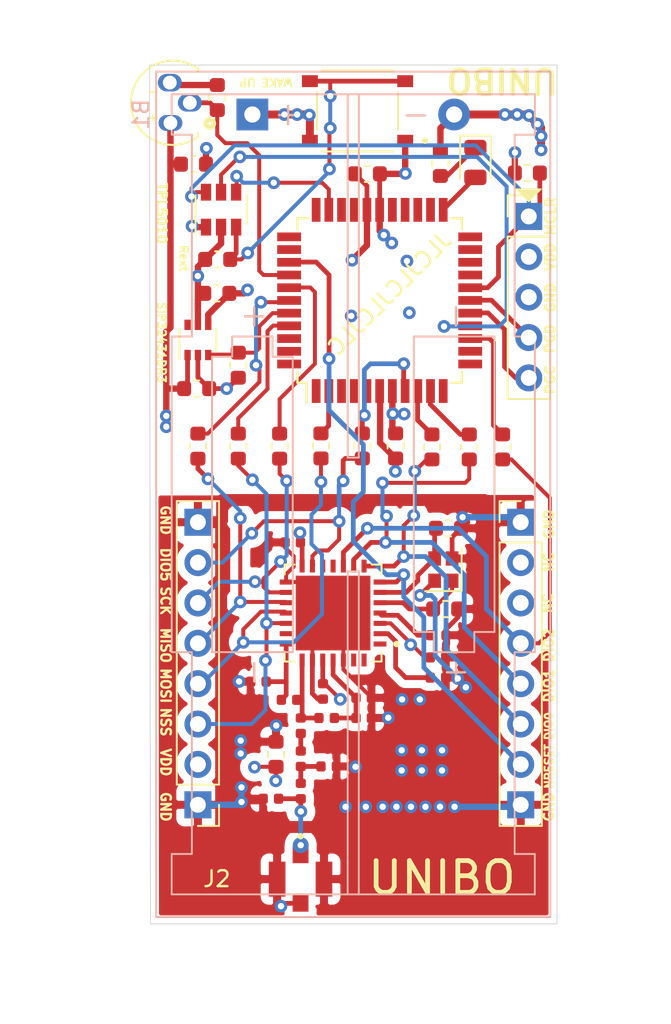
<source format=kicad_pcb>
(kicad_pcb (version 20171130) (host pcbnew "(5.1.6)-1")
  (layers (0 F.Cu signal) (1 In1.Cu power) (2 In2.Cu power) (31 B.Cu signal) (34 B.Paste user) (35 F.Paste user) (36 B.SilkS user) (37 F.SilkS user) (38 B.Mask user) (39 F.Mask user) (44 Edge.Cuts user))
  (net 0 "")
  (net 1 +BATT)
  (net 2 GND)
  (net 3 VDD)
  (net 4 /RF_Part/VR_DIG)
  (net 5 /RF_Part/VR_ANA)
  (net 6 /RF_Part/XTA)
  (net 7 /RF_Part/XTB)
  (net 8 VR_PA)
  (net 9 RFI_HF)
  (net 10 RFO_HF)
  (net 11 "Net-(C212-Pad1)")
  (net 12 "Net-(C213-Pad2)")
  (net 13 /RF_Part/50_ohm_ant)
  (net 14 NSS)
  (net 15 MOSI)
  (net 16 MISO)
  (net 17 SCK)
  (net 18 DIO5)
  (net 19 NRESET)
  (net 20 DIO0)
  (net 21 DIO1)
  (net 22 DIO2)
  (net 23 "Net-(CON2-Pad3)")
  (net 24 "Net-(CON2-Pad2)")
  (net 25 "Net-(D301-Pad1)")
  (net 26 /MCU_part/MCLR)
  (net 27 /MCU_part/PGD)
  (net 28 /MCU_part/PGC)
  (net 29 "Net-(R301-Pad2)")
  (net 30 "Net-(R302-Pad2)")
  (net 31 "Net-(R303-Pad2)")
  (net 32 "Net-(R304-Pad2)")
  (net 33 "Net-(R306-Pad1)")
  (net 34 "Net-(R307-Pad1)")
  (net 35 "Net-(R308-Pad1)")
  (net 36 "Net-(R309-Pad1)")
  (net 37 /MCU_part/EN_LORA)
  (net 38 "Net-(Rext1-Pad1)")
  (net 39 "Net-(U1-Pad11)")
  (net 40 "Net-(U1-Pad12)")
  (net 41 "Net-(U1-Pad27)")
  (net 42 "Net-(U1-Pad28)")
  (net 43 "Net-(U1-Pad1)")
  (net 44 "Net-(U1-Pad20)")
  (net 45 "Net-(U2-Pad1)")
  (net 46 /MCU_part/DONE)
  (net 47 "Net-(U2-Pad11)")
  (net 48 "Net-(U2-Pad12)")
  (net 49 "Net-(U2-Pad13)")
  (net 50 /MCU_part/WAKE_UP)
  (net 51 "Net-(U2-Pad19)")
  (net 52 "Net-(U2-Pad20)")
  (net 53 "Net-(U2-Pad24)")
  (net 54 "Net-(U2-Pad25)")
  (net 55 "Net-(U2-Pad26)")
  (net 56 "Net-(U2-Pad27)")
  (net 57 "Net-(U2-Pad30)")
  (net 58 "Net-(U2-Pad31)")
  (net 59 "Net-(U2-Pad33)")
  (net 60 "Net-(U2-Pad34)")
  (net 61 "Net-(U2-Pad35)")
  (net 62 "Net-(U2-Pad43)")
  (net 63 "Net-(U2-Pad44)")
  (net 64 "Net-(U6-Pad6)")
  (net 65 /MCU_part/temp_sens2)
  (net 66 "Net-(U2-Pad5)")
  (net 67 "Net-(U2-Pad42)")
  (net 68 "Net-(U2-Pad3)")
  (net 69 /MCU_part/LED)
  (net 70 "Net-(U2-Pad21)")
  (net 71 "Net-(U2-Pad22)")
  (net 72 "Net-(U2-Pad4)")
  (module Battery:BatteryHolder_Keystone_2468_2xAAA (layer B.Cu) (at 194.437 74.295 270)
    (fp_text reference B1 (at 0 7 90) (layer B.SilkS) (effects (justify mirror)))
    (fp_text value Battery_Cell)
    (fp_text user + (at 35.1 -12.7 90) (layer B.SilkS) (effects (font (size 1.5 1.5)) (justify mirror)))
    (fp_text user - (at 12.7 -12.7 90) (layer B.SilkS) (effects (font (size 1.5 1.5)) (justify mirror)))
    (fp_text user - (at 35.1 0 90) (layer B.SilkS) (effects (font (size 1.5 1.5)) (justify mirror)))
    (fp_text user + (at 12.7 0 90) (layer B.SilkS) (effects (font (size 1.5 1.5)) (justify mirror)))
    (fp_text user - (at -0.055 -10.283 180) (layer B.SilkS) (effects (font (size 1.5 1.5)) (justify mirror)))
    (fp_text user + (at 0.035 -2.133 90) (layer B.SilkS) (effects (font (size 1.5 1.5)) (justify mirror)))
    (pad 2 thru_hole circle (at 0 -12.7 270) (size 2 2) (drill 1.02) (layers *.Cu *.Mask) (net 2 GND))
    (pad 1 thru_hole rect (at 0 0 270) (size 2 2) (drill 1.02) (layers *.Cu *.Mask) (net 1 +BATT))
  )
  (module Connector_PinHeader_2.54mm:PinHeader_1x05_P2.54mm_Vertical (layer F.Cu) (at 211.836 80.7085)
    (fp_text reference J1)
    (fp_text value ICSP)
    (pad 5 thru_hole oval (at 0 10.16) (size 1.7 1.7) (drill 1) (layers *.Cu *.Mask) (net 28 /MCU_part/PGC))
    (pad 4 thru_hole oval (at 0 7.62) (size 1.7 1.7) (drill 1) (layers *.Cu *.Mask) (net 27 /MCU_part/PGD))
    (pad 3 thru_hole oval (at 0 5.08) (size 1.7 1.7) (drill 1) (layers *.Cu *.Mask) (net 2 GND))
    (pad 2 thru_hole oval (at 0 2.54) (size 1.7 1.7) (drill 1) (layers *.Cu *.Mask) (net 1 +BATT))
    (pad 1 thru_hole rect (at 0 0) (size 1.7 1.7) (drill 1) (layers *.Cu *.Mask) (net 26 /MCU_part/MCLR))
  )
  (module Lib:TO92127P521H733-3 (layer F.Cu) (at 188.958 73.5584 90)
    (fp_text reference U4)
    (fp_text value TMP36GT9Z)
    (pad 3 thru_hole oval (at 1.27 0.28 90) (size 1.1 1.5) (drill 0.87) (layers *.Cu *.Mask) (net 2 GND))
    (pad 2 thru_hole oval (at 0 1.542 90) (size 1.1 1.5) (drill 0.87) (layers *.Cu *.Mask) (net 65 /MCU_part/temp_sens2))
    (pad 1 thru_hole oval (at -1.27 0.322 90) (size 1 1.5) (drill 0.87) (layers *.Cu *.Mask) (net 3 VDD))
  )
  (module Resistor_SMD:R_0603_1608Metric (layer F.Cu) (at 193.548 90.0685 270)
    (fp_text reference R311)
    (fp_text value 1Meg)
    (pad 2 smd roundrect (at 0.7875 0 270) (size 0.875 0.95) (layers F.Cu F.Paste F.Mask) (net 2 GND))
    (pad 1 smd roundrect (at -0.7875 0 270) (size 0.875 0.95) (layers F.Cu F.Paste F.Mask) (net 37 /MCU_part/EN_LORA))
  )
  (module Package_TO_SOT_SMD:SOT-363_SC-70-6 (layer F.Cu) (at 191.008 88.4784 90)
    (fp_text reference U6)
    (fp_text value SiP32431DR3)
    (pad 6 smd rect (at 0.95 -0.65 90) (size 0.65 0.4) (layers F.Cu F.Paste F.Mask) (net 64 "Net-(U6-Pad6)"))
    (pad 4 smd rect (at 0.95 0.65 90) (size 0.65 0.4) (layers F.Cu F.Paste F.Mask) (net 1 +BATT))
    (pad 2 smd rect (at -0.95 0 90) (size 0.65 0.4) (layers F.Cu F.Paste F.Mask) (net 2 GND))
    (pad 5 smd rect (at 0.95 0 90) (size 0.65 0.4) (layers F.Cu F.Paste F.Mask) (net 2 GND))
    (pad 3 smd rect (at -0.95 0.65 90) (size 0.65 0.4) (layers F.Cu F.Paste F.Mask) (net 37 /MCU_part/EN_LORA))
    (pad 1 smd rect (at -0.95 -0.65 90) (size 0.65 0.4) (layers F.Cu F.Paste F.Mask) (net 3 VDD))
  )
  (module Resistor_SMD:R_0603_1608Metric (layer F.Cu) (at 205.74 95.212 90)
    (fp_text reference R302)
    (fp_text value 75)
    (pad 2 smd roundrect (at 0.7875 0 90) (size 0.875 0.95) (layers F.Cu F.Paste F.Mask) (net 30 "Net-(R302-Pad2)"))
    (pad 1 smd roundrect (at -0.7875 0 90) (size 0.875 0.95) (layers F.Cu F.Paste F.Mask) (net 20 DIO0))
  )
  (module Connector_PinHeader_2.54mm:PinHeader_1x08_P2.54mm_Vertical (layer F.Cu) (at 191.008 117.729 180)
    (fp_text reference CON1)
    (fp_text value LoRa_RevB_CON8)
    (pad 8 thru_hole rect (at 0 17.78 180) (size 1.7 1.7) (drill 1) (layers *.Cu *.Mask) (net 2 GND))
    (pad 7 thru_hole oval (at 0 15.24 180) (size 1.7 1.7) (drill 1) (layers *.Cu *.Mask) (net 18 DIO5))
    (pad 6 thru_hole oval (at 0 12.7 180) (size 1.7 1.7) (drill 1) (layers *.Cu *.Mask) (net 17 SCK))
    (pad 5 thru_hole oval (at 0 10.16 180) (size 1.7 1.7) (drill 1) (layers *.Cu *.Mask) (net 16 MISO))
    (pad 4 thru_hole oval (at 0 7.62 180) (size 1.7 1.7) (drill 1) (layers *.Cu *.Mask) (net 15 MOSI))
    (pad 3 thru_hole oval (at 0 5.08 180) (size 1.7 1.7) (drill 1) (layers *.Cu *.Mask) (net 14 NSS))
    (pad 2 thru_hole oval (at 0 2.54 180) (size 1.7 1.7) (drill 1) (layers *.Cu *.Mask) (net 3 VDD))
    (pad 1 thru_hole rect (at 0 0 180) (size 1.7 1.7) (drill 1) (layers *.Cu *.Mask) (net 2 GND))
  )
  (module Inductor_SMD:L_0402_1005Metric (layer F.Cu) (at 197.485 116.863 270)
    (fp_text reference L204)
    (fp_text value 8.2n)
    (pad 1 smd roundrect (at -0.485 0 270) (size 0.59 0.64) (layers F.Cu F.Paste F.Mask) (net 12 "Net-(C213-Pad2)"))
    (pad 2 smd roundrect (at 0.485 0 270) (size 0.59 0.64) (layers F.Cu F.Paste F.Mask) (net 13 /RF_Part/50_ohm_ant))
  )
  (module Inductor_SMD:L_0402_1005Metric (layer F.Cu) (at 197.485 114.831 270)
    (fp_text reference L203)
    (fp_text value 10n)
    (pad 2 smd roundrect (at 0.485 0 270) (size 0.59 0.64) (layers F.Cu F.Paste F.Mask) (net 12 "Net-(C213-Pad2)"))
    (pad 1 smd roundrect (at -0.485 0 270) (size 0.59 0.64) (layers F.Cu F.Paste F.Mask) (net 11 "Net-(C212-Pad1)"))
  )
  (module Connector_PinHeader_2.54mm:PinHeader_1x08_P2.54mm_Vertical (layer F.Cu) (at 211.328 99.949)
    (fp_text reference CON2)
    (fp_text value LoRa_RevB_CON8)
    (pad 1 thru_hole rect (at 0 0) (size 1.7 1.7) (drill 1) (layers *.Cu *.Mask) (net 2 GND))
    (pad 2 thru_hole oval (at 0 2.54) (size 1.7 1.7) (drill 1) (layers *.Cu *.Mask) (net 24 "Net-(CON2-Pad2)"))
    (pad 3 thru_hole oval (at 0 5.08) (size 1.7 1.7) (drill 1) (layers *.Cu *.Mask) (net 23 "Net-(CON2-Pad3)"))
    (pad 4 thru_hole oval (at 0 7.62) (size 1.7 1.7) (drill 1) (layers *.Cu *.Mask) (net 22 DIO2))
    (pad 5 thru_hole oval (at 0 10.16) (size 1.7 1.7) (drill 1) (layers *.Cu *.Mask) (net 21 DIO1))
    (pad 6 thru_hole oval (at 0 12.7) (size 1.7 1.7) (drill 1) (layers *.Cu *.Mask) (net 20 DIO0))
    (pad 7 thru_hole oval (at 0 15.24) (size 1.7 1.7) (drill 1) (layers *.Cu *.Mask) (net 19 NRESET))
    (pad 8 thru_hole rect (at 0 17.78) (size 1.7 1.7) (drill 1) (layers *.Cu *.Mask) (net 2 GND))
  )
  (module Inductor_SMD:L_0402_1005Metric (layer F.Cu) (at 194.818 109.982 180)
    (fp_text reference L202)
    (fp_text value 6.8n)
    (pad 2 smd roundrect (at 0.485 0 180) (size 0.59 0.64) (layers F.Cu F.Paste F.Mask) (net 2 GND))
    (pad 1 smd roundrect (at -0.485 0 180) (size 0.59 0.64) (layers F.Cu F.Paste F.Mask) (net 9 RFI_HF))
  )
  (module Inductor_SMD:L_0402_1005Metric (layer F.Cu) (at 199.113 112.268 180)
    (fp_text reference L201)
    (fp_text value 33n)
    (pad 1 smd roundrect (at -0.485 0 180) (size 0.59 0.64) (layers F.Cu F.Paste F.Mask) (net 8 VR_PA))
    (pad 2 smd roundrect (at 0.485 0 180) (size 0.59 0.64) (layers F.Cu F.Paste F.Mask) (net 10 RFO_HF))
  )
  (module Capacitor_SMD:C_0603_1608Metric (layer F.Cu) (at 201.676 78.0288 180)
    (fp_text reference C302)
    (fp_text value 100n)
    (pad 2 smd roundrect (at 0.7875 0 180) (size 0.875 0.95) (layers F.Cu F.Paste F.Mask) (net 2 GND))
    (pad 1 smd roundrect (at -0.7875 0 180) (size 0.875 0.95) (layers F.Cu F.Paste F.Mask) (net 1 +BATT))
  )
  (module LED_SMD:LED_0805_2012Metric (layer F.Cu) (at 208.475 77.3125 270)
    (fp_text reference D301)
    (fp_text value BLED)
    (pad 2 smd roundrect (at 0.9375 0 270) (size 0.975 1.4) (layers F.Cu F.Paste F.Mask) (net 69 /MCU_part/LED))
    (pad 1 smd roundrect (at -0.9375 0 270) (size 0.975 1.4) (layers F.Cu F.Paste F.Mask) (net 25 "Net-(D301-Pad1)"))
  )
  (module Capacitor_SMD:C_0603_1608Metric (layer F.Cu) (at 192.2272 73.2281 270)
    (fp_text reference C308)
    (fp_text value 100n)
    (pad 1 smd roundrect (at -0.7875 0 270) (size 0.875 0.95) (layers F.Cu F.Paste F.Mask) (net 2 GND))
    (pad 2 smd roundrect (at 0.7875 0 270) (size 0.875 0.95) (layers F.Cu F.Paste F.Mask) (net 65 /MCU_part/temp_sens2))
  )
  (module Capacitor_SMD:C_0603_1608Metric (layer F.Cu) (at 192.2019 85.5472 180)
    (fp_text reference C309)
    (fp_text value 1u)
    (pad 2 smd roundrect (at 0.7875 0 180) (size 0.875 0.95) (layers F.Cu F.Paste F.Mask) (net 2 GND))
    (pad 1 smd roundrect (at -0.7875 0 180) (size 0.875 0.95) (layers F.Cu F.Paste F.Mask) (net 1 +BATT))
  )
  (module Resistor_SMD:R_0603_1608Metric (layer F.Cu) (at 201.3585 95.1485 90)
    (fp_text reference R301)
    (fp_text value 75)
    (pad 1 smd roundrect (at -0.7875 0 90) (size 0.875 0.95) (layers F.Cu F.Paste F.Mask) (net 18 DIO5))
    (pad 2 smd roundrect (at 0.7875 0 90) (size 0.875 0.95) (layers F.Cu F.Paste F.Mask) (net 29 "Net-(R301-Pad2)"))
  )
  (module Capacitor_SMD:C_0603_1608Metric (layer F.Cu) (at 190.9317 91.5416)
    (fp_text reference C310)
    (fp_text value 100n)
    (pad 1 smd roundrect (at -0.7875 0) (size 0.875 0.95) (layers F.Cu F.Paste F.Mask) (net 3 VDD))
    (pad 2 smd roundrect (at 0.7875 0) (size 0.875 0.95) (layers F.Cu F.Paste F.Mask) (net 2 GND))
  )
  (module Capacitor_SMD:C_0603_1608Metric (layer F.Cu) (at 190.7285 77.4192 180)
    (fp_text reference C307)
    (fp_text value 100n)
    (pad 2 smd roundrect (at 0.7875 0 180) (size 0.875 0.95) (layers F.Cu F.Paste F.Mask) (net 3 VDD))
    (pad 1 smd roundrect (at -0.7875 0 180) (size 0.875 0.95) (layers F.Cu F.Paste F.Mask) (net 2 GND))
  )
  (module Capacitor_SMD:C_0603_1608Metric (layer F.Cu) (at 203.454 95.1485 270)
    (fp_text reference C301)
    (fp_text value 100n)
    (pad 1 smd roundrect (at -0.7875 0 270) (size 0.875 0.95) (layers F.Cu F.Paste F.Mask) (net 1 +BATT))
    (pad 2 smd roundrect (at 0.7875 0 270) (size 0.875 0.95) (layers F.Cu F.Paste F.Mask) (net 2 GND))
  )
  (module Resistor_SMD:R_0603_1608Metric (layer F.Cu) (at 208.0895 95.212 90)
    (fp_text reference R303)
    (fp_text value 75)
    (pad 2 smd roundrect (at 0.7875 0 90) (size 0.875 0.95) (layers F.Cu F.Paste F.Mask) (net 31 "Net-(R303-Pad2)"))
    (pad 1 smd roundrect (at -0.7875 0 90) (size 0.875 0.95) (layers F.Cu F.Paste F.Mask) (net 21 DIO1))
  )
  (module Package_TO_SOT_SMD:SOT-23-6 (layer F.Cu) (at 192.466 80.2816 90)
    (fp_text reference U5)
    (fp_text value TPL5010)
    (pad 5 smd rect (at 1.1 0 90) (size 1.06 0.65) (layers F.Cu F.Paste F.Mask) (net 50 /MCU_part/WAKE_UP))
    (pad 6 smd rect (at 1.1 -0.95 90) (size 1.06 0.65) (layers F.Cu F.Paste F.Mask) (net 26 /MCU_part/MCLR))
    (pad 4 smd rect (at 1.1 0.95 90) (size 1.06 0.65) (layers F.Cu F.Paste F.Mask) (net 46 /MCU_part/DONE))
    (pad 3 smd rect (at -1.1 0.95 90) (size 1.06 0.65) (layers F.Cu F.Paste F.Mask) (net 38 "Net-(Rext1-Pad1)"))
    (pad 2 smd rect (at -1.1 0 90) (size 1.06 0.65) (layers F.Cu F.Paste F.Mask) (net 2 GND))
    (pad 1 smd rect (at -1.1 -0.95 90) (size 1.06 0.65) (layers F.Cu F.Paste F.Mask) (net 1 +BATT))
  )
  (module Resistor_SMD:R_0603_1608Metric (layer F.Cu) (at 191.008 95.161 270)
    (fp_text reference R307)
    (fp_text value 75)
    (pad 2 smd roundrect (at 0.7875 0 270) (size 0.875 0.95) (layers F.Cu F.Paste F.Mask) (net 16 MISO))
    (pad 1 smd roundrect (at -0.7875 0 270) (size 0.875 0.95) (layers F.Cu F.Paste F.Mask) (net 34 "Net-(R307-Pad1)"))
  )
  (module Crystal:Crystal_SMD_2016-4Pin_2.0x1.6mm (layer F.Cu) (at 206.46 102.932 90)
    (fp_text reference Y1)
    (fp_text value Crystal_GND24)
    (pad 4 smd rect (at -0.7 -0.55 90) (size 0.9 0.8) (layers F.Cu F.Paste F.Mask) (net 2 GND))
    (pad 3 smd rect (at 0.7 -0.55 90) (size 0.9 0.8) (layers F.Cu F.Paste F.Mask) (net 7 /RF_Part/XTB))
    (pad 2 smd rect (at 0.7 0.55 90) (size 0.9 0.8) (layers F.Cu F.Paste F.Mask) (net 2 GND))
    (pad 1 smd rect (at -0.7 0.55 90) (size 0.9 0.8) (layers F.Cu F.Paste F.Mask) (net 6 /RF_Part/XTA))
  )
  (module Resistor_SMD:R_0603_1608Metric (layer F.Cu) (at 192.2527 83.4136 180)
    (fp_text reference Rext1)
    (fp_text value 62k)
    (pad 1 smd roundrect (at -0.7875 0 180) (size 0.875 0.95) (layers F.Cu F.Paste F.Mask) (net 38 "Net-(Rext1-Pad1)"))
    (pad 2 smd roundrect (at 0.7875 0 180) (size 0.875 0.95) (layers F.Cu F.Paste F.Mask) (net 2 GND))
  )
  (module Resistor_SMD:R_0603_1608Metric (layer F.Cu) (at 211.747 77.978)
    (fp_text reference R305)
    (fp_text value 10k)
    (pad 2 smd roundrect (at 0.7875 0) (size 0.875 0.95) (layers F.Cu F.Paste F.Mask) (net 26 /MCU_part/MCLR))
    (pad 1 smd roundrect (at -0.7875 0) (size 0.875 0.95) (layers F.Cu F.Paste F.Mask) (net 1 +BATT))
  )
  (module Lib:QFN65P600X600X100-29N (layer F.Cu) (at 199.517 105.664 180)
    (fp_text reference U1)
    (fp_text value SX1276)
    (pad 29 smd rect (at 0 0 180) (size 4.7 4.7) (layers F.Cu F.Mask) (net 2 GND))
    (pad 21 smd roundrect (at 2.955 -1.95 180) (size 0.81 0.32) (layers F.Cu F.Paste F.Mask) (roundrect_rratio 0.04) (net 9 RFI_HF))
    (pad 20 smd roundrect (at 2.955 -1.3 180) (size 0.81 0.32) (layers F.Cu F.Paste F.Mask) (roundrect_rratio 0.04) (net 44 "Net-(U1-Pad20)"))
    (pad 19 smd roundrect (at 2.955 -0.65 180) (size 0.81 0.32) (layers F.Cu F.Paste F.Mask) (roundrect_rratio 0.04) (net 14 NSS))
    (pad 18 smd roundrect (at 2.955 0 180) (size 0.81 0.32) (layers F.Cu F.Paste F.Mask) (roundrect_rratio 0.04) (net 15 MOSI))
    (pad 17 smd roundrect (at 2.955 0.65 180) (size 0.81 0.32) (layers F.Cu F.Paste F.Mask) (roundrect_rratio 0.04) (net 16 MISO))
    (pad 16 smd roundrect (at 2.955 1.3 180) (size 0.81 0.32) (layers F.Cu F.Paste F.Mask) (roundrect_rratio 0.04) (net 17 SCK))
    (pad 15 smd roundrect (at 2.955 1.95 180) (size 0.81 0.32) (layers F.Cu F.Paste F.Mask) (roundrect_rratio 0.04) (net 2 GND))
    (pad 7 smd roundrect (at -2.955 1.95 180) (size 0.81 0.32) (layers F.Cu F.Paste F.Mask) (roundrect_rratio 0.04) (net 19 NRESET))
    (pad 6 smd roundrect (at -2.955 1.3 180) (size 0.81 0.32) (layers F.Cu F.Paste F.Mask) (roundrect_rratio 0.04) (net 7 /RF_Part/XTB))
    (pad 5 smd roundrect (at -2.955 0.65 180) (size 0.81 0.32) (layers F.Cu F.Paste F.Mask) (roundrect_rratio 0.04) (net 6 /RF_Part/XTA))
    (pad 4 smd roundrect (at -2.955 0 180) (size 0.81 0.32) (layers F.Cu F.Paste F.Mask) (roundrect_rratio 0.04) (net 4 /RF_Part/VR_DIG))
    (pad 3 smd roundrect (at -2.955 -0.65 180) (size 0.81 0.32) (layers F.Cu F.Paste F.Mask) (roundrect_rratio 0.04) (net 3 VDD))
    (pad 2 smd roundrect (at -2.955 -1.3 180) (size 0.81 0.32) (layers F.Cu F.Paste F.Mask) (roundrect_rratio 0.04) (net 5 /RF_Part/VR_ANA))
    (pad 1 smd roundrect (at -2.955 -1.95 180) (size 0.81 0.32) (layers F.Cu F.Paste F.Mask) (roundrect_rratio 0.04) (net 43 "Net-(U1-Pad1)"))
    (pad 28 smd roundrect (at -1.95 -2.955 270) (size 0.81 0.32) (layers F.Cu F.Paste F.Mask) (roundrect_rratio 0.04) (net 42 "Net-(U1-Pad28)"))
    (pad 27 smd roundrect (at -1.3 -2.955 270) (size 0.81 0.32) (layers F.Cu F.Paste F.Mask) (roundrect_rratio 0.04) (net 41 "Net-(U1-Pad27)"))
    (pad 26 smd roundrect (at -0.65 -2.955 270) (size 0.81 0.32) (layers F.Cu F.Paste F.Mask) (roundrect_rratio 0.04) (net 2 GND))
    (pad 25 smd roundrect (at 0 -2.955 270) (size 0.81 0.32) (layers F.Cu F.Paste F.Mask) (roundrect_rratio 0.04) (net 8 VR_PA))
    (pad 24 smd roundrect (at 0.65 -2.955 270) (size 0.81 0.32) (layers F.Cu F.Paste F.Mask) (roundrect_rratio 0.04) (net 3 VDD))
    (pad 23 smd roundrect (at 1.3 -2.955 270) (size 0.81 0.32) (layers F.Cu F.Paste F.Mask) (roundrect_rratio 0.04) (net 2 GND))
    (pad 22 smd roundrect (at 1.95 -2.955 270) (size 0.81 0.32) (layers F.Cu F.Paste F.Mask) (roundrect_rratio 0.04) (net 10 RFO_HF))
    (pad 14 smd roundrect (at 1.95 2.955 270) (size 0.81 0.32) (layers F.Cu F.Paste F.Mask) (roundrect_rratio 0.04) (net 3 VDD))
    (pad 13 smd roundrect (at 1.3 2.955 270) (size 0.81 0.32) (layers F.Cu F.Paste F.Mask) (roundrect_rratio 0.04) (net 18 DIO5))
    (pad 12 smd roundrect (at 0.65 2.955 270) (size 0.81 0.32) (layers F.Cu F.Paste F.Mask) (roundrect_rratio 0.04) (net 40 "Net-(U1-Pad12)"))
    (pad 11 smd roundrect (at 0 2.955 270) (size 0.81 0.32) (layers F.Cu F.Paste F.Mask) (roundrect_rratio 0.04) (net 39 "Net-(U1-Pad11)"))
    (pad 10 smd roundrect (at -0.65 2.955 270) (size 0.81 0.32) (layers F.Cu F.Paste F.Mask) (roundrect_rratio 0.04) (net 22 DIO2))
    (pad 9 smd roundrect (at -1.3 2.955 270) (size 0.81 0.32) (layers F.Cu F.Paste F.Mask) (roundrect_rratio 0.04) (net 21 DIO1))
    (pad 8 smd roundrect (at -1.95 2.955 270) (size 0.81 0.32) (layers F.Cu F.Paste F.Mask) (roundrect_rratio 0.04) (net 20 DIO0))
  )
  (module Lib:SW_TS-1187A-B-A-B (layer F.Cu) (at 201.0565 74.071 180)
    (fp_text reference S301)
    (fp_text value TS-1187A-B-A-B)
    (pad D smd rect (at 3 1.875 180) (size 1 0.75) (layers F.Cu F.Paste F.Mask) (net 38 "Net-(Rext1-Pad1)"))
    (pad C smd rect (at -3 1.875 180) (size 1 0.75) (layers F.Cu F.Paste F.Mask) (net 38 "Net-(Rext1-Pad1)"))
    (pad B smd rect (at 3 -1.875 180) (size 1 0.75) (layers F.Cu F.Paste F.Mask) (net 1 +BATT))
    (pad A smd rect (at -3 -1.875 180) (size 1 0.75) (layers F.Cu F.Paste F.Mask) (net 1 +BATT))
  )
  (module Resistor_SMD:R_0603_1608Metric (layer F.Cu) (at 206.275 77.375 90)
    (fp_text reference R310)
    (fp_text value 1.2k)
    (pad 2 smd roundrect (at 0.7875 0 90) (size 0.875 0.95) (layers F.Cu F.Paste F.Mask) (net 2 GND))
    (pad 1 smd roundrect (at -0.7875 0 90) (size 0.875 0.95) (layers F.Cu F.Paste F.Mask) (net 25 "Net-(D301-Pad1)"))
  )
  (module Resistor_SMD:R_0603_1608Metric (layer F.Cu) (at 198.755 95.1485 270)
    (fp_text reference R309)
    (fp_text value 75)
    (pad 1 smd roundrect (at -0.7875 0 270) (size 0.875 0.95) (layers F.Cu F.Paste F.Mask) (net 36 "Net-(R309-Pad1)"))
    (pad 2 smd roundrect (at 0.7875 0 270) (size 0.875 0.95) (layers F.Cu F.Paste F.Mask) (net 15 MOSI))
  )
  (module Resistor_SMD:R_0603_1608Metric (layer F.Cu) (at 193.548 95.161 270)
    (fp_text reference R308)
    (fp_text value 75)
    (pad 1 smd roundrect (at -0.7875 0 270) (size 0.875 0.95) (layers F.Cu F.Paste F.Mask) (net 35 "Net-(R308-Pad1)"))
    (pad 2 smd roundrect (at 0.7875 0 270) (size 0.875 0.95) (layers F.Cu F.Paste F.Mask) (net 14 NSS))
  )
  (module Resistor_SMD:R_0603_1608Metric (layer F.Cu) (at 210.185 95.212 90)
    (fp_text reference R304)
    (fp_text value 75)
    (pad 1 smd roundrect (at -0.7875 0 90) (size 0.875 0.95) (layers F.Cu F.Paste F.Mask) (net 22 DIO2))
    (pad 2 smd roundrect (at 0.7875 0 90) (size 0.875 0.95) (layers F.Cu F.Paste F.Mask) (net 32 "Net-(R304-Pad2)"))
  )
  (module Resistor_SMD:R_0603_1608Metric (layer F.Cu) (at 196.1515 95.161 270)
    (fp_text reference R306)
    (fp_text value 75)
    (pad 1 smd roundrect (at -0.7875 0 270) (size 0.875 0.95) (layers F.Cu F.Paste F.Mask) (net 33 "Net-(R306-Pad1)"))
    (pad 2 smd roundrect (at 0.7875 0 270) (size 0.875 0.95) (layers F.Cu F.Paste F.Mask) (net 17 SCK))
  )
  (module Capacitor_SMD:C_0402_1005Metric (layer F.Cu) (at 199.24 115.316 180)
    (fp_text reference C213)
    (fp_text value 4.7p)
    (pad 1 smd roundrect (at -0.485 0 180) (size 0.59 0.64) (layers F.Cu F.Paste F.Mask) (net 2 GND))
    (pad 2 smd roundrect (at 0.485 0 180) (size 0.59 0.64) (layers F.Cu F.Paste F.Mask) (net 12 "Net-(C213-Pad2)"))
  )
  (module Capacitor_SMD:C_0402_1005Metric (layer F.Cu) (at 206.121 109.728)
    (fp_text reference C206)
    (fp_text value 100n)
    (pad 2 smd roundrect (at 0.485 0) (size 0.59 0.64) (layers F.Cu F.Paste F.Mask) (net 2 GND))
    (pad 1 smd roundrect (at -0.485 0) (size 0.59 0.64) (layers F.Cu F.Paste F.Mask) (net 5 /RF_Part/VR_ANA))
  )
  (module Capacitor_SMD:C_0402_1005Metric (layer F.Cu) (at 197.485 112.753 90)
    (fp_text reference C212)
    (fp_text value 33p)
    (pad 2 smd roundrect (at 0.485 0 90) (size 0.59 0.64) (layers F.Cu F.Paste F.Mask) (net 10 RFO_HF))
    (pad 1 smd roundrect (at -0.485 0 90) (size 0.59 0.64) (layers F.Cu F.Paste F.Mask) (net 11 "Net-(C212-Pad1)"))
  )
  (module Capacitor_SMD:C_0402_1005Metric (layer F.Cu) (at 196.746 111.125 180)
    (fp_text reference C211)
    (fp_text value 2.2p)
    (pad 1 smd roundrect (at -0.485 0 180) (size 0.59 0.64) (layers F.Cu F.Paste F.Mask) (net 10 RFO_HF))
    (pad 2 smd roundrect (at 0.485 0 180) (size 0.59 0.64) (layers F.Cu F.Paste F.Mask) (net 9 RFI_HF))
  )
  (module Capacitor_SMD:C_0402_1005Metric (layer F.Cu) (at 206.121 108.458)
    (fp_text reference C204)
    (fp_text value 100n)
    (pad 2 smd roundrect (at 0.485 0) (size 0.59 0.64) (layers F.Cu F.Paste F.Mask) (net 2 GND))
    (pad 1 smd roundrect (at -0.485 0) (size 0.59 0.64) (layers F.Cu F.Paste F.Mask) (net 3 VDD))
  )
  (module Capacitor_SMD:C_0402_1005Metric (layer F.Cu) (at 201.445 110.998)
    (fp_text reference C209)
    (fp_text value 10n)
    (pad 2 smd roundrect (at 0.485 0) (size 0.59 0.64) (layers F.Cu F.Paste F.Mask) (net 2 GND))
    (pad 1 smd roundrect (at -0.485 0) (size 0.59 0.64) (layers F.Cu F.Paste F.Mask) (net 8 VR_PA))
  )
  (module Capacitor_SMD:C_0402_1005Metric (layer F.Cu) (at 196.977 101.219 180)
    (fp_text reference C203)
    (fp_text value 100n)
    (pad 1 smd roundrect (at -0.485 0 180) (size 0.59 0.64) (layers F.Cu F.Paste F.Mask) (net 3 VDD))
    (pad 2 smd roundrect (at 0.485 0 180) (size 0.59 0.64) (layers F.Cu F.Paste F.Mask) (net 2 GND))
  )
  (module Capacitor_SMD:C_0603_1608Metric (layer F.Cu) (at 206.7815 100.33)
    (fp_text reference C208)
    (fp_text value 15p)
    (pad 1 smd roundrect (at -0.7875 0) (size 0.875 0.95) (layers F.Cu F.Paste F.Mask) (net 7 /RF_Part/XTB))
    (pad 2 smd roundrect (at 0.7875 0) (size 0.875 0.95) (layers F.Cu F.Paste F.Mask) (net 2 GND))
  )
  (module Capacitor_SMD:C_0402_1005Metric (layer F.Cu) (at 206.144 107.061)
    (fp_text reference C205)
    (fp_text value 100n)
    (pad 1 smd roundrect (at -0.485 0) (size 0.59 0.64) (layers F.Cu F.Paste F.Mask) (net 4 /RF_Part/VR_DIG))
    (pad 2 smd roundrect (at 0.485 0) (size 0.59 0.64) (layers F.Cu F.Paste F.Mask) (net 2 GND))
  )
  (module Capacitor_SMD:C_0603_1608Metric (layer F.Cu) (at 206.6035 105.41)
    (fp_text reference C207)
    (fp_text value 15p)
    (pad 2 smd roundrect (at 0.7875 0) (size 0.875 0.95) (layers F.Cu F.Paste F.Mask) (net 2 GND))
    (pad 1 smd roundrect (at -0.7875 0) (size 0.875 0.95) (layers F.Cu F.Paste F.Mask) (net 6 /RF_Part/XTA))
  )
  (module Capacitor_SMD:C_0402_1005Metric (layer F.Cu) (at 198.882 110.594 270)
    (fp_text reference C202)
    (fp_text value 100n)
    (pad 2 smd roundrect (at 0.485 0 270) (size 0.59 0.64) (layers F.Cu F.Paste F.Mask) (net 2 GND))
    (pad 1 smd roundrect (at -0.485 0 270) (size 0.59 0.64) (layers F.Cu F.Paste F.Mask) (net 3 VDD))
  )
  (module Capacitor_SMD:C_0402_1005Metric (layer F.Cu) (at 201.445 112.268)
    (fp_text reference C201)
    (fp_text value 47p)
    (pad 1 smd roundrect (at -0.485 0) (size 0.59 0.64) (layers F.Cu F.Paste F.Mask) (net 8 VR_PA))
    (pad 2 smd roundrect (at 0.485 0) (size 0.59 0.64) (layers F.Cu F.Paste F.Mask) (net 2 GND))
  )
  (module Capacitor_SMD:C_0402_1005Metric (layer F.Cu) (at 195.603 117.348)
    (fp_text reference C214)
    (fp_text value 4p)
    (pad 2 smd roundrect (at 0.485 0) (size 0.59 0.64) (layers F.Cu F.Paste F.Mask) (net 13 /RF_Part/50_ohm_ant))
    (pad 1 smd roundrect (at -0.485 0) (size 0.59 0.64) (layers F.Cu F.Paste F.Mask) (net 2 GND))
  )
  (module Package_QFP:TQFP-44_10x10mm_P0.8mm (layer F.Cu) (at 202.4504 85.994 90)
    (fp_text reference U2)
    (fp_text value PIC18F46K22-xPT)
    (pad 1 smd rect (at -5.7 -4 90) (size 1.5 0.55) (layers F.Cu F.Paste F.Mask) (net 45 "Net-(U2-Pad1)"))
    (pad 2 smd rect (at -5.7 -3.2 90) (size 1.5 0.55) (layers F.Cu F.Paste F.Mask) (net 36 "Net-(R309-Pad1)"))
    (pad 3 smd rect (at -5.7 -2.4 90) (size 1.5 0.55) (layers F.Cu F.Paste F.Mask) (net 68 "Net-(U2-Pad3)"))
    (pad 4 smd rect (at -5.7 -1.6 90) (size 1.5 0.55) (layers F.Cu F.Paste F.Mask) (net 72 "Net-(U2-Pad4)"))
    (pad 5 smd rect (at -5.7 -0.8 90) (size 1.5 0.55) (layers F.Cu F.Paste F.Mask) (net 66 "Net-(U2-Pad5)"))
    (pad 6 smd rect (at -5.7 0 90) (size 1.5 0.55) (layers F.Cu F.Paste F.Mask) (net 2 GND))
    (pad 7 smd rect (at -5.7 0.8 90) (size 1.5 0.55) (layers F.Cu F.Paste F.Mask) (net 1 +BATT))
    (pad 8 smd rect (at -5.7 1.6 90) (size 1.5 0.55) (layers F.Cu F.Paste F.Mask) (net 29 "Net-(R301-Pad2)"))
    (pad 9 smd rect (at -5.7 2.4 90) (size 1.5 0.55) (layers F.Cu F.Paste F.Mask) (net 30 "Net-(R302-Pad2)"))
    (pad 10 smd rect (at -5.7 3.2 90) (size 1.5 0.55) (layers F.Cu F.Paste F.Mask) (net 31 "Net-(R303-Pad2)"))
    (pad 11 smd rect (at -5.7 4 90) (size 1.5 0.55) (layers F.Cu F.Paste F.Mask) (net 47 "Net-(U2-Pad11)"))
    (pad 12 smd rect (at -4 5.7 180) (size 1.5 0.55) (layers F.Cu F.Paste F.Mask) (net 48 "Net-(U2-Pad12)"))
    (pad 13 smd rect (at -3.2 5.7 180) (size 1.5 0.55) (layers F.Cu F.Paste F.Mask) (net 49 "Net-(U2-Pad13)"))
    (pad 14 smd rect (at -2.4 5.7 180) (size 1.5 0.55) (layers F.Cu F.Paste F.Mask) (net 32 "Net-(R304-Pad2)"))
    (pad 15 smd rect (at -1.6 5.7 180) (size 1.5 0.55) (layers F.Cu F.Paste F.Mask) (net 50 /MCU_part/WAKE_UP))
    (pad 16 smd rect (at -0.8 5.7 180) (size 1.5 0.55) (layers F.Cu F.Paste F.Mask) (net 28 /MCU_part/PGC))
    (pad 17 smd rect (at 0 5.7 180) (size 1.5 0.55) (layers F.Cu F.Paste F.Mask) (net 27 /MCU_part/PGD))
    (pad 18 smd rect (at 0.8 5.7 180) (size 1.5 0.55) (layers F.Cu F.Paste F.Mask) (net 26 /MCU_part/MCLR))
    (pad 19 smd rect (at 1.6 5.7 180) (size 1.5 0.55) (layers F.Cu F.Paste F.Mask) (net 51 "Net-(U2-Pad19)"))
    (pad 20 smd rect (at 2.4 5.7 180) (size 1.5 0.55) (layers F.Cu F.Paste F.Mask) (net 52 "Net-(U2-Pad20)"))
    (pad 21 smd rect (at 3.2 5.7 180) (size 1.5 0.55) (layers F.Cu F.Paste F.Mask) (net 70 "Net-(U2-Pad21)"))
    (pad 22 smd rect (at 4 5.7 180) (size 1.5 0.55) (layers F.Cu F.Paste F.Mask) (net 71 "Net-(U2-Pad22)"))
    (pad 23 smd rect (at 5.7 4 90) (size 1.5 0.55) (layers F.Cu F.Paste F.Mask) (net 69 /MCU_part/LED))
    (pad 24 smd rect (at 5.7 3.2 90) (size 1.5 0.55) (layers F.Cu F.Paste F.Mask) (net 53 "Net-(U2-Pad24)"))
    (pad 25 smd rect (at 5.7 2.4 90) (size 1.5 0.55) (layers F.Cu F.Paste F.Mask) (net 54 "Net-(U2-Pad25)"))
    (pad 26 smd rect (at 5.7 1.6 90) (size 1.5 0.55) (layers F.Cu F.Paste F.Mask) (net 55 "Net-(U2-Pad26)"))
    (pad 27 smd rect (at 5.7 0.8 90) (size 1.5 0.55) (layers F.Cu F.Paste F.Mask) (net 56 "Net-(U2-Pad27)"))
    (pad 28 smd rect (at 5.7 0 90) (size 1.5 0.55) (layers F.Cu F.Paste F.Mask) (net 1 +BATT))
    (pad 29 smd rect (at 5.7 -0.8 90) (size 1.5 0.55) (layers F.Cu F.Paste F.Mask) (net 2 GND))
    (pad 30 smd rect (at 5.7 -1.6 90) (size 1.5 0.55) (layers F.Cu F.Paste F.Mask) (net 57 "Net-(U2-Pad30)"))
    (pad 31 smd rect (at 5.7 -2.4 90) (size 1.5 0.55) (layers F.Cu F.Paste F.Mask) (net 58 "Net-(U2-Pad31)"))
    (pad 32 smd rect (at 5.7 -3.2 90) (size 1.5 0.55) (layers F.Cu F.Paste F.Mask) (net 46 /MCU_part/DONE))
    (pad 33 smd rect (at 5.7 -4 90) (size 1.5 0.55) (layers F.Cu F.Paste F.Mask) (net 59 "Net-(U2-Pad33)"))
    (pad 34 smd rect (at 4 -5.7 180) (size 1.5 0.55) (layers F.Cu F.Paste F.Mask) (net 60 "Net-(U2-Pad34)"))
    (pad 35 smd rect (at 3.2 -5.7 180) (size 1.5 0.55) (layers F.Cu F.Paste F.Mask) (net 61 "Net-(U2-Pad35)"))
    (pad 36 smd rect (at 2.4 -5.7 180) (size 1.5 0.55) (layers F.Cu F.Paste F.Mask) (net 19 NRESET))
    (pad 37 smd rect (at 1.6 -5.7 180) (size 1.5 0.55) (layers F.Cu F.Paste F.Mask) (net 65 /MCU_part/temp_sens2))
    (pad 38 smd rect (at 0.8 -5.7 180) (size 1.5 0.55) (layers F.Cu F.Paste F.Mask) (net 33 "Net-(R306-Pad1)"))
    (pad 39 smd rect (at 0 -5.7 180) (size 1.5 0.55) (layers F.Cu F.Paste F.Mask) (net 34 "Net-(R307-Pad1)"))
    (pad 40 smd rect (at -0.8 -5.7 180) (size 1.5 0.55) (layers F.Cu F.Paste F.Mask) (net 37 /MCU_part/EN_LORA))
    (pad 41 smd rect (at -1.6 -5.7 180) (size 1.5 0.55) (layers F.Cu F.Paste F.Mask) (net 35 "Net-(R308-Pad1)"))
    (pad 42 smd rect (at -2.4 -5.7 180) (size 1.5 0.55) (layers F.Cu F.Paste F.Mask) (net 67 "Net-(U2-Pad42)"))
    (pad 43 smd rect (at -3.2 -5.7 180) (size 1.5 0.55) (layers F.Cu F.Paste F.Mask) (net 62 "Net-(U2-Pad43)"))
    (pad 44 smd rect (at -4 -5.7 180) (size 1.5 0.55) (layers F.Cu F.Paste F.Mask) (net 63 "Net-(U2-Pad44)"))
  )
  (module Capacitor_SMD:C_0603_1608Metric (layer F.Cu) (at 195.925 114.55 90)
    (fp_text reference C215)
    (fp_text value 22u)
    (pad 1 smd roundrect (at -0.7875 0 90) (size 0.875 0.95) (layers F.Cu F.Paste F.Mask) (net 3 VDD))
    (pad 2 smd roundrect (at 0.7875 0 90) (size 0.875 0.95) (layers F.Cu F.Paste F.Mask) (net 2 GND))
  )
  (module LINX_CONMHF1-SMD-G-T (layer F.Cu) (at 197.47 122.405)
    (fp_text reference J2 (at -5.27 -0.015) (layer F.SilkS))
    (fp_text value CONMHF1-SMD-G-T)
    (pad S1 smd rect (at -1.475 0) (size 1.05 2.2) (layers F.Cu F.Paste F.Mask) (net 2 GND))
    (pad S3 smd rect (at 1.475 0) (size 1.05 2.2) (layers F.Cu F.Paste F.Mask) (net 2 GND))
    (pad S2 smd rect (at 0 1.525) (size 1 1.05) (layers F.Cu F.Paste F.Mask) (net 2 GND))
    (pad 1 smd rect (at 0 -1.525) (size 1 1.05) (layers F.Cu F.Paste F.Mask) (net 13 /RF_Part/50_ohm_ant))
  )
  (gr_text UNIBO (at 210.16 72.17 180) (layer F.SilkS) (effects (font (size 1.5 1.5) (thickness 0.3))))
  (gr_text Rext (at 190.12 83.34 270) (layer F.SilkS) (effects (font (size 0.5 0.5) (thickness 0.125))))
  (gr_text UNIBO (at 206.37 122.33) (layer F.SilkS) (effects (font (size 2 2) (thickness 0.3))))
  (gr_text NC (at 213.106 102.451 90) (layer F.SilkS) (effects (font (size 0.6 0.6))))
  (gr_text "NC\n" (at 213.056 105.051 90) (layer F.SilkS) (effects (font (size 0.6 0.6))))
  (gr_text PGC (at 213.181 90.976 90) (layer F.SilkS) (effects (font (size 0.6 0.6))))
  (gr_text PGD (at 213.181 88.401 90) (layer F.SilkS) (effects (font (size 0.6 0.6))))
  (gr_text GND (at 213.206 85.826 90) (layer F.SilkS) (effects (font (size 0.6 0.6))))
  (gr_text VDD (at 213.206 83.251 90) (layer F.SilkS) (effects (font (size 0.6 0.6))))
  (gr_text "MCLR\n" (at 213.206 80.701 90) (layer F.SilkS) (effects (font (size 0.6 0.6))))
  (gr_text "WAKE UP" (at 195.29 72.26 180) (layer F.SilkS) (effects (font (size 0.5 0.5) (thickness 0.125))))
  (gr_text SiP32431DR3 (at 188.722 88.646 270) (layer F.SilkS) (effects (font (size 0.5 0.5) (thickness 0.125))))
  (gr_text TPL5010 (at 188.722 80.518 270) (layer F.SilkS) (effects (font (size 0.6 0.6))))
  (gr_poly (pts (xy 211.836 79.756) (xy 211.074 78.994) (xy 212.598 78.994)) (layer F.SilkS) (width 0.1))
  (gr_text NRESET (at 213.106 115.316 90) (layer F.SilkS) (effects (font (size 0.5 0.5) (thickness 0.125))))
  (gr_text GND (at 213.106 117.856 90) (layer F.SilkS) (effects (font (size 0.6 0.6))))
  (gr_text DIO0 (at 213.106 112.776 90) (layer F.SilkS) (effects (font (size 0.5 0.5) (thickness 0.125))))
  (gr_text DIO1 (at 213.106 110.236 90) (layer F.SilkS) (effects (font (size 0.6 0.6))))
  (gr_text DIO2 (at 213.106 107.696 90) (layer F.SilkS) (effects (font (size 0.6 0.6))))
  (gr_text GND (at 213.106 100.076 90) (layer F.SilkS) (effects (font (size 0.6 0.6))))
  (gr_text NSS (at 188.976 112.522 270) (layer F.SilkS) (effects (font (size 0.6 0.6))))
  (gr_text "MISO\n" (at 188.976 107.696 270) (layer F.SilkS) (effects (font (size 0.6 0.6))))
  (gr_text GND (at 188.976 117.856 270) (layer F.SilkS) (effects (font (size 0.6 0.6))))
  (gr_text "MOSI\n" (at 188.976 110.236 270) (layer F.SilkS) (effects (font (size 0.6 0.6))))
  (gr_text VDD (at 188.976 115.062 270) (layer F.SilkS) (effects (font (size 0.6 0.6))))
  (gr_text "SCK\n" (at 188.976 104.902 270) (layer F.SilkS) (effects (font (size 0.6 0.6))))
  (gr_text "DIO5\n" (at 188.976 102.616 270) (layer F.SilkS) (effects (font (size 0.6 0.6))))
  (gr_text "GND\n" (at 188.976 99.822 270) (layer F.SilkS) (effects (font (size 0.6 0.6))))
  (gr_text "-\n\n+" (at 188.214 73.66) (layer F.SilkS) (effects (font (size 0.5 0.5) (thickness 0.125))))
  (gr_text JLCJLCJLCJLC (at 203.08 85.57 45) (layer F.SilkS) (effects (font (size 1 1)) (justify mirror)))
  (gr_line (start 187.96 71.1835) (end 213.614 71.1835) (layer Edge.Cuts) (width 0.05))
  (gr_line (start 213.614 71.1835) (end 213.614 125.222) (layer Edge.Cuts) (width 0.05))
  (gr_line (start 213.614 125.222) (end 188.0235 125.222) (layer Edge.Cuts) (width 0.05))
  (gr_line (start 188.0235 125.222) (end 187.96 71.1835) (layer Edge.Cuts) (width 0.05))
  (segment (start 202.4504 78.0419) (end 202.4635 78.0288) (width 0.3) (layer F.Cu) (net 1))
  (segment (start 202.4504 80.294) (end 202.4504 78.0419) (width 0.3) (layer F.Cu) (net 1))
  (segment (start 203.454 94.361) (end 203.2504 94.1574) (width 0.4) (layer F.Cu) (net 1))
  (via (at 203.99 93.14) (size 0.8) (drill 0.4) (layers F.Cu B.Cu) (net 1))
  (segment (start 203.2504 93.0904) (end 203.28 93.12) (width 0.4) (layer F.Cu) (net 1))
  (segment (start 203.2504 93.0604) (end 203.2504 91.694) (width 0.4) (layer F.Cu) (net 1))
  (segment (start 203.2504 93.0604) (end 203.2504 93.0904) (width 0.4) (layer F.Cu) (net 1))
  (segment (start 203.2504 94.1574) (end 203.2504 93.0604) (width 0.4) (layer F.Cu) (net 1))
  (segment (start 203.28 93.12) (end 203.28 93.12) (width 0.4) (layer F.Cu) (net 1))
  (via (at 203.28 93.12) (size 0.8) (drill 0.4) (layers F.Cu B.Cu) (net 1))
  (via (at 190.64 81.32) (size 0.8) (drill 0.4) (layers F.Cu B.Cu) (net 1))
  (segment (start 191.516 81.3816) (end 190.7016 81.3816) (width 0.4) (layer F.Cu) (net 1))
  (segment (start 190.7016 81.3816) (end 190.64 81.32) (width 0.4) (layer F.Cu) (net 1))
  (segment (start 191.658 86.8786) (end 192.9894 85.5472) (width 0.4) (layer F.Cu) (net 1))
  (segment (start 191.658 87.5284) (end 191.658 86.8786) (width 0.4) (layer F.Cu) (net 1))
  (via (at 194.13 85.33) (size 0.8) (drill 0.4) (layers F.Cu B.Cu) (net 1))
  (segment (start 192.9894 85.5472) (end 193.9128 85.5472) (width 0.4) (layer F.Cu) (net 1))
  (segment (start 193.9128 85.5472) (end 194.13 85.33) (width 0.4) (layer F.Cu) (net 1))
  (via (at 203.21 82.38) (size 0.8) (drill 0.4) (layers F.Cu B.Cu) (net 1))
  (segment (start 202.4504 80.294) (end 202.4504 81.6204) (width 0.4) (layer F.Cu) (net 1))
  (segment (start 202.4504 81.6204) (end 202.71 81.88) (width 0.4) (layer F.Cu) (net 1))
  (segment (start 202.71 81.88) (end 203.21 82.38) (width 0.4) (layer F.Cu) (net 1))
  (via (at 202.71 81.88) (size 0.8) (drill 0.4) (layers F.Cu B.Cu) (net 1))
  (via (at 204.07 78) (size 0.8) (drill 0.4) (layers F.Cu B.Cu) (net 1))
  (segment (start 204.0565 75.946) (end 204.0565 77.9865) (width 0.4) (layer F.Cu) (net 1))
  (segment (start 204.0565 77.9865) (end 204.07 78) (width 0.4) (layer F.Cu) (net 1))
  (segment (start 204.0412 78.0288) (end 204.07 78) (width 0.4) (layer F.Cu) (net 1))
  (segment (start 202.4635 78.0288) (end 204.0412 78.0288) (width 0.4) (layer F.Cu) (net 1))
  (segment (start 210.9595 77.978) (end 210.9595 76.7005) (width 0.4) (layer F.Cu) (net 1))
  (via (at 210.97 76.69) (size 0.8) (drill 0.4) (layers F.Cu B.Cu) (net 1))
  (segment (start 210.9595 76.7005) (end 210.97 76.69) (width 0.4) (layer F.Cu) (net 1))
  (segment (start 198.0565 75.946) (end 198.0565 75.6965) (width 0.4) (layer F.Cu) (net 1))
  (segment (start 198.0565 75.946) (end 198.0565 74.3665) (width 0.5) (layer F.Cu) (net 1))
  (via (at 198.02 74.33) (size 0.8) (drill 0.4) (layers F.Cu B.Cu) (net 1))
  (segment (start 198.0565 74.3665) (end 198.02 74.33) (width 0.5) (layer F.Cu) (net 1))
  (segment (start 197.985 74.295) (end 198.02 74.33) (width 0.5) (layer F.Cu) (net 1))
  (segment (start 196.225 74.295) (end 197.255 74.295) (width 0.5) (layer F.Cu) (net 1))
  (segment (start 196.225 74.295) (end 194.437 74.295) (width 0.4) (layer F.Cu) (net 1))
  (segment (start 196.655 74.295) (end 196.225 74.295) (width 0.4) (layer F.Cu) (net 1))
  (segment (start 196.655 74.295) (end 196.455 74.295) (width 0.5) (layer F.Cu) (net 1))
  (segment (start 197.255 74.295) (end 197.985 74.295) (width 0.5) (layer F.Cu) (net 1))
  (via (at 197.255 74.295) (size 0.8) (drill 0.4) (layers F.Cu B.Cu) (net 1))
  (segment (start 196.455 74.295) (end 194.437 74.295) (width 0.5) (layer F.Cu) (net 1))
  (via (at 196.455 74.295) (size 0.8) (drill 0.4) (layers F.Cu B.Cu) (net 1))
  (segment (start 198.21199 108.68701) (end 198.21199 110.72899) (width 0.3) (layer F.Cu) (net 2))
  (segment (start 211.0613 100.2157) (end 211.328 99.949) (width 0.3556) (layer B.Cu) (net 2))
  (segment (start 207.01 100.889) (end 207.569 100.33) (width 0.3) (layer F.Cu) (net 2))
  (segment (start 207.01 102.232) (end 207.01 100.889) (width 0.3) (layer F.Cu) (net 2))
  (segment (start 206.606 106.703) (end 206.606 109.728) (width 0.3) (layer F.Cu) (net 2))
  (segment (start 207.391 105.918) (end 206.606 106.703) (width 0.3) (layer F.Cu) (net 2))
  (segment (start 198.562 111.079) (end 198.882 111.079) (width 0.3) (layer F.Cu) (net 2))
  (segment (start 198.217 108.682) (end 198.21199 108.68701) (width 0.3) (layer F.Cu) (net 2))
  (segment (start 207.391 105.41) (end 207.391 105.918) (width 0.3) (layer F.Cu) (net 2))
  (segment (start 198.217 108.619) (end 198.217 108.682) (width 0.3) (layer F.Cu) (net 2))
  (segment (start 207.772 119.126) (end 209.042 119.126) (width 0.75) (layer F.Cu) (net 2))
  (segment (start 209.042 99.568) (end 209.042 98.552) (width 0.75) (layer F.Cu) (net 2))
  (segment (start 198.21199 110.72899) (end 198.562 111.079) (width 0.3) (layer F.Cu) (net 2))
  (segment (start 200.167 106.314) (end 199.517 105.664) (width 0.25) (layer F.Cu) (net 2))
  (segment (start 198.217 106.964) (end 199.517 105.664) (width 0.25) (layer F.Cu) (net 2))
  (segment (start 192.47099 118.605493) (end 192.47099 119.126) (width 0.75) (layer F.Cu) (net 2))
  (segment (start 192.532 98.679) (end 192.532 99.822) (width 0.75) (layer F.Cu) (net 2))
  (segment (start 192.532 99.822) (end 192.405 99.949) (width 0.75) (layer F.Cu) (net 2))
  (segment (start 198.217 108.619) (end 198.217 106.964) (width 0.25) (layer F.Cu) (net 2))
  (segment (start 200.167 108.619) (end 200.167 106.314) (width 0.25) (layer F.Cu) (net 2))
  (segment (start 192.405 99.949) (end 190.754 99.949) (width 0.75) (layer F.Cu) (net 2))
  (segment (start 196.562 103.714) (end 197.567 103.714) (width 0.25) (layer F.Cu) (net 2))
  (segment (start 197.567 103.714) (end 199.517 105.664) (width 0.25) (layer F.Cu) (net 2))
  (segment (start 192.47099 100.13701) (end 192.47099 118.605493) (width 0.75) (layer F.Cu) (net 2))
  (segment (start 201.93 110.979768) (end 201.93 110.998) (width 0.25) (layer F.Cu) (net 2))
  (segment (start 200.167 109.216768) (end 201.93 110.979768) (width 0.25) (layer F.Cu) (net 2))
  (segment (start 200.167 108.619) (end 200.167 109.216768) (width 0.25) (layer F.Cu) (net 2))
  (segment (start 196.562 103.714) (end 196.562 103.2215) (width 0.25) (layer F.Cu) (net 2))
  (segment (start 196.562 103.2215) (end 197.0405 102.743) (width 0.25) (layer F.Cu) (net 2))
  (segment (start 196.492 101.539) (end 196.492 101.219) (width 0.25) (layer F.Cu) (net 2))
  (segment (start 197.0405 102.0875) (end 196.492 101.539) (width 0.25) (layer F.Cu) (net 2))
  (segment (start 197.0405 102.743) (end 197.0405 102.0875) (width 0.25) (layer F.Cu) (net 2))
  (segment (start 192.8624 91.5416) (end 193.548 90.856) (width 0.3) (layer F.Cu) (net 2))
  (segment (start 191.7192 91.5416) (end 192.8184 91.5416) (width 0.3) (layer F.Cu) (net 2))
  (segment (start 210.947 100.33) (end 211.328 99.949) (width 0.25) (layer F.Cu) (net 2))
  (segment (start 208.788 105.41) (end 209.042 105.664) (width 0.25) (layer F.Cu) (net 2))
  (segment (start 207.391 105.41) (end 208.788 105.41) (width 0.25) (layer F.Cu) (net 2))
  (segment (start 209.042 119.126) (end 209.042 105.664) (width 0.75) (layer F.Cu) (net 2))
  (segment (start 209.042 105.664) (end 209.042 99.568) (width 0.75) (layer F.Cu) (net 2))
  (segment (start 209.042 98.552) (end 201.3712 98.552) (width 0.75) (layer F.Cu) (net 2))
  (segment (start 201.3712 98.552) (end 192.532 98.552) (width 0.75) (layer F.Cu) (net 2))
  (segment (start 202.449999 91.694401) (end 202.4504 91.694) (width 0.3) (layer F.Cu) (net 2))
  (segment (start 207.137 74.295) (end 207.137 73.6346) (width 0.5) (layer F.Cu) (net 2))
  (via (at 204.987631 104.556031) (size 0.8) (drill 0.4) (layers F.Cu B.Cu) (net 2))
  (segment (start 205.91 103.632) (end 205.91 103.633662) (width 0.3) (layer F.Cu) (net 2))
  (segment (start 205.91 103.633662) (end 204.987631 104.556031) (width 0.3) (layer F.Cu) (net 2))
  (segment (start 204.987631 104.556031) (end 205.698831 104.556031) (width 0.3) (layer B.Cu) (net 2))
  (segment (start 205.698831 104.556031) (end 205.9432 104.8004) (width 0.3) (layer B.Cu) (net 2))
  (segment (start 205.9432 104.8004) (end 205.9432 108.3564) (width 0.3) (layer B.Cu) (net 2))
  (via (at 207.3656 109.7788) (size 0.8) (drill 0.4) (layers F.Cu B.Cu) (net 2))
  (segment (start 205.9432 108.3564) (end 207.3656 109.7788) (width 0.3) (layer B.Cu) (net 2))
  (segment (start 206.6568 109.7788) (end 206.606 109.728) (width 0.3) (layer F.Cu) (net 2))
  (segment (start 207.3656 109.7788) (end 206.6568 109.7788) (width 0.3) (layer F.Cu) (net 2))
  (via (at 202.6412 117.856) (size 0.8) (drill 0.4) (layers F.Cu B.Cu) (net 2))
  (via (at 203.5048 117.856) (size 0.8) (drill 0.4) (layers F.Cu B.Cu) (net 2))
  (via (at 204.4192 117.856) (size 0.8) (drill 0.4) (layers F.Cu B.Cu) (net 2))
  (via (at 205.3336 117.856) (size 0.8) (drill 0.4) (layers F.Cu B.Cu) (net 2))
  (via (at 193.7004 113.6904) (size 0.8) (drill 0.4) (layers F.Cu B.Cu) (net 2))
  (via (at 193.7004 114.5032) (size 0.8) (drill 0.4) (layers F.Cu B.Cu) (net 2))
  (via (at 193.7512 116.6368) (size 0.8) (drill 0.4) (layers F.Cu B.Cu) (net 2))
  (via (at 206.248 117.856) (size 0.8) (drill 0.4) (layers F.Cu B.Cu) (net 2))
  (via (at 207.1624 117.856) (size 0.8) (drill 0.4) (layers F.Cu B.Cu) (net 2))
  (via (at 203.8604 111.0996) (size 0.8) (drill 0.4) (layers F.Cu B.Cu) (net 2))
  (via (at 201.5744 117.856) (size 0.8) (drill 0.4) (layers F.Cu B.Cu) (net 2))
  (via (at 200.3044 117.856) (size 0.8) (drill 0.4) (layers F.Cu B.Cu) (net 2))
  (via (at 204.978 111.0996) (size 0.8) (drill 0.4) (layers F.Cu B.Cu) (net 2))
  (via (at 207.8736 110.3376) (size 0.8) (drill 0.4) (layers F.Cu B.Cu) (net 2))
  (via (at 204.1652 83.5152) (size 0.8) (drill 0.4) (layers F.Cu B.Cu) (net 2))
  (via (at 200.7108 83.4644) (size 0.8) (drill 0.4) (layers F.Cu B.Cu) (net 2))
  (via (at 204.3176 86.7664) (size 0.8) (drill 0.4) (layers F.Cu B.Cu) (net 2))
  (via (at 200.66 86.9696) (size 0.8) (drill 0.4) (layers F.Cu B.Cu) (net 2))
  (segment (start 193.5734 117.729) (end 193.7512 117.5512) (width 0.4) (layer B.Cu) (net 2))
  (segment (start 191.008 117.729) (end 193.5734 117.729) (width 0.4) (layer B.Cu) (net 2))
  (segment (start 193.7512 116.6368) (end 193.7512 117.5512) (width 0.4) (layer B.Cu) (net 2))
  (segment (start 211.201 117.856) (end 211.328 117.729) (width 0.4) (layer B.Cu) (net 2))
  (segment (start 207.1624 117.856) (end 211.201 117.856) (width 0.4) (layer B.Cu) (net 2))
  (segment (start 207.1624 117.856) (end 200.3044 117.856) (width 0.4) (layer F.Cu) (net 2))
  (via (at 203.835 114.3) (size 0.8) (drill 0.4) (layers F.Cu B.Cu) (net 2))
  (via (at 205.105 114.3) (size 0.8) (drill 0.4) (layers F.Cu B.Cu) (net 2))
  (via (at 206.375 114.3) (size 0.8) (drill 0.4) (layers F.Cu B.Cu) (net 2))
  (via (at 206.375 115.57) (size 0.8) (drill 0.4) (layers F.Cu B.Cu) (net 2))
  (via (at 205.105 115.57) (size 0.8) (drill 0.4) (layers F.Cu B.Cu) (net 2))
  (via (at 203.835 115.57) (size 0.8) (drill 0.4) (layers F.Cu B.Cu) (net 2))
  (segment (start 203.835 115.57) (end 206.375 115.57) (width 0.4) (layer F.Cu) (net 2))
  (segment (start 192.47099 119.126) (end 207.772 119.126) (width 0.75) (layer F.Cu) (net 2))
  (segment (start 207.95 99.949) (end 207.569 100.33) (width 0.4) (layer F.Cu) (net 2))
  (segment (start 191.008 99.949) (end 192.405 99.949) (width 0.4) (layer F.Cu) (net 2))
  (via (at 207.669543 99.633642) (size 0.8) (drill 0.4) (layers F.Cu B.Cu) (net 2))
  (segment (start 207.569 100.33) (end 207.569 99.734185) (width 0.4) (layer F.Cu) (net 2))
  (segment (start 207.569 99.734185) (end 207.669543 99.633642) (width 0.4) (layer F.Cu) (net 2))
  (segment (start 211.012642 99.633642) (end 211.328 99.949) (width 0.4) (layer B.Cu) (net 2))
  (segment (start 207.669543 99.633642) (end 211.012642 99.633642) (width 0.4) (layer B.Cu) (net 2))
  (segment (start 206.4875 76.375) (end 206.275 76.5875) (width 0.3) (layer F.Cu) (net 2))
  (segment (start 201.6504 78.7907) (end 200.8885 78.0288) (width 0.3) (layer F.Cu) (net 2))
  (segment (start 201.6504 80.294) (end 201.6504 78.7907) (width 0.3) (layer F.Cu) (net 2))
  (segment (start 203.7588 110.998) (end 203.8604 111.0996) (width 0.25) (layer F.Cu) (net 2))
  (segment (start 201.93 110.998) (end 203.7588 110.998) (width 0.25) (layer F.Cu) (net 2))
  (via (at 202.99 112.25) (size 0.8) (drill 0.4) (layers F.Cu B.Cu) (net 2))
  (segment (start 201.93 112.268) (end 202.972 112.268) (width 0.25) (layer F.Cu) (net 2))
  (segment (start 202.972 112.268) (end 202.99 112.25) (width 0.25) (layer F.Cu) (net 2))
  (via (at 200.93 115.34) (size 0.8) (drill 0.4) (layers F.Cu B.Cu) (net 2))
  (segment (start 199.725 115.316) (end 200.906 115.316) (width 0.25) (layer F.Cu) (net 2))
  (segment (start 200.906 115.316) (end 200.93 115.34) (width 0.25) (layer F.Cu) (net 2))
  (via (at 195.94 112.74) (size 0.8) (drill 0.4) (layers F.Cu B.Cu) (net 2))
  (segment (start 195.925 113.7625) (end 195.925 112.755) (width 0.25) (layer F.Cu) (net 2))
  (segment (start 195.925 112.755) (end 195.94 112.74) (width 0.25) (layer F.Cu) (net 2))
  (segment (start 194.333 109.982) (end 193.612 109.982) (width 0.25) (layer F.Cu) (net 2))
  (via (at 193.6 109.97) (size 0.8) (drill 0.4) (layers F.Cu B.Cu) (net 2))
  (segment (start 193.612 109.982) (end 193.6 109.97) (width 0.25) (layer F.Cu) (net 2))
  (segment (start 206.275 75.157) (end 207.137 74.295) (width 0.4) (layer F.Cu) (net 2))
  (segment (start 206.275 76.5875) (end 206.275 75.157) (width 0.4) (layer F.Cu) (net 2))
  (segment (start 201.6504 82.5248) (end 201.6504 80.294) (width 0.4) (layer F.Cu) (net 2))
  (segment (start 200.7108 83.4644) (end 201.6504 82.5248) (width 0.4) (layer F.Cu) (net 2))
  (via (at 203.44 96.7475) (size 0.8) (drill 0.4) (layers F.Cu B.Cu) (net 2))
  (segment (start 203.454 95.936) (end 203.454 96.7335) (width 0.4) (layer F.Cu) (net 2))
  (segment (start 203.454 96.7335) (end 203.44 96.7475) (width 0.4) (layer F.Cu) (net 2))
  (segment (start 202.479999 91.723599) (end 202.4504 91.694) (width 0.4) (layer F.Cu) (net 2))
  (segment (start 202.479999 94.961999) (end 202.479999 91.723599) (width 0.4) (layer F.Cu) (net 2))
  (segment (start 203.454 95.936) (end 202.479999 94.961999) (width 0.4) (layer F.Cu) (net 2))
  (via (at 191.54 76.42) (size 0.8) (drill 0.4) (layers F.Cu B.Cu) (net 2))
  (segment (start 191.516 77.4192) (end 191.516 76.444) (width 0.4) (layer F.Cu) (net 2))
  (segment (start 191.516 76.444) (end 191.54 76.42) (width 0.4) (layer F.Cu) (net 2))
  (segment (start 189.3902 72.4406) (end 189.238 72.2884) (width 0.4) (layer F.Cu) (net 2))
  (segment (start 192.2272 72.4406) (end 189.3902 72.4406) (width 0.4) (layer F.Cu) (net 2))
  (segment (start 191.4144 85.5472) (end 191.008 85.9536) (width 0.4) (layer F.Cu) (net 2))
  (segment (start 191.008 83.8708) (end 191.4652 83.4136) (width 0.4) (layer F.Cu) (net 2))
  (segment (start 191.008 86.368) (end 191.008 87.5284) (width 0.4) (layer F.Cu) (net 2))
  (segment (start 191.008 85.9536) (end 191.008 86.368) (width 0.4) (layer F.Cu) (net 2))
  (segment (start 192.466 82.4128) (end 191.4652 83.4136) (width 0.4) (layer F.Cu) (net 2))
  (segment (start 192.466 81.3816) (end 192.466 82.4128) (width 0.4) (layer F.Cu) (net 2))
  (via (at 191 84.46) (size 0.8) (drill 0.4) (layers F.Cu B.Cu) (net 2))
  (segment (start 191.008 84.438) (end 191.008 84.452) (width 0.4) (layer F.Cu) (net 2))
  (segment (start 191.008 84.452) (end 191 84.46) (width 0.4) (layer F.Cu) (net 2))
  (segment (start 191.008 84.438) (end 191.008 83.8708) (width 0.4) (layer F.Cu) (net 2))
  (segment (start 191.008 86.368) (end 191.008 84.438) (width 0.4) (layer F.Cu) (net 2))
  (segment (start 191.008 90.8304) (end 191.7192 91.5416) (width 0.3) (layer F.Cu) (net 2))
  (segment (start 191.008 89.4284) (end 191.008 90.8304) (width 0.3) (layer F.Cu) (net 2))
  (segment (start 192.8184 91.5416) (end 192.8624 91.5416) (width 0.3) (layer F.Cu) (net 2))
  (via (at 192.8184 91.5416) (size 0.8) (drill 0.4) (layers F.Cu B.Cu) (net 2))
  (via (at 193.7512 117.5512) (size 0.8) (drill 0.4) (layers F.Cu B.Cu) (net 2))
  (segment (start 193.9544 117.348) (end 193.7512 117.5512) (width 0.25) (layer F.Cu) (net 2))
  (segment (start 194.9148 117.5512) (end 195.118 117.348) (width 0.3) (layer F.Cu) (net 2))
  (segment (start 193.7512 117.5512) (end 194.9148 117.5512) (width 0.3) (layer F.Cu) (net 2))
  (via (at 196.24 124.11) (size 0.8) (drill 0.4) (layers F.Cu B.Cu) (net 2))
  (segment (start 197.47 123.93) (end 196.42 123.93) (width 0.3) (layer F.Cu) (net 2))
  (segment (start 196.42 123.93) (end 196.24 124.11) (width 0.3) (layer F.Cu) (net 2))
  (segment (start 207.137 74.295) (end 210.335 74.295) (width 0.5) (layer F.Cu) (net 2))
  (segment (start 211.785 74.295) (end 211.845 74.355) (width 0.5) (layer F.Cu) (net 2))
  (via (at 212.61 76.52) (size 0.8) (drill 0.4) (layers F.Cu B.Cu) (net 2))
  (segment (start 212.61 75.12) (end 212.61 75.66) (width 0.5) (layer F.Cu) (net 2))
  (segment (start 212.61 76.28) (end 212.62 76.29) (width 0.5) (layer F.Cu) (net 2))
  (segment (start 212.61 75.66) (end 212.61 76.28) (width 0.5) (layer F.Cu) (net 2))
  (via (at 212.61 75.66) (size 0.8) (drill 0.4) (layers F.Cu B.Cu) (net 2))
  (segment (start 212.39 74.9) (end 212.61 75.12) (width 0.5) (layer F.Cu) (net 2))
  (via (at 212.39 74.9) (size 0.8) (drill 0.4) (layers F.Cu B.Cu) (net 2))
  (segment (start 211.845 74.355) (end 212.39 74.9) (width 0.5) (layer F.Cu) (net 2))
  (via (at 211.845 74.355) (size 0.8) (drill 0.4) (layers F.Cu B.Cu) (net 2))
  (segment (start 211.105 74.295) (end 211.785 74.295) (width 0.5) (layer F.Cu) (net 2))
  (via (at 211.105 74.295) (size 0.8) (drill 0.4) (layers F.Cu B.Cu) (net 2))
  (segment (start 210.335 74.295) (end 211.105 74.295) (width 0.5) (layer F.Cu) (net 2))
  (via (at 210.335 74.295) (size 0.8) (drill 0.4) (layers F.Cu B.Cu) (net 2))
  (segment (start 203.8604 111.0996) (end 204.978 111.0996) (width 0.3) (layer F.Cu) (net 2))
  (segment (start 198.882 110.109) (end 199.010338 110.109) (width 0.3) (layer F.Cu) (net 3))
  (segment (start 199.010338 110.109) (end 199.073169 110.171831) (width 0.3) (layer F.Cu) (net 3))
  (segment (start 198.867 108.619) (end 198.867 110.094) (width 0.3) (layer F.Cu) (net 3))
  (segment (start 197.567 102.709) (end 197.567 101.324) (width 0.3) (layer F.Cu) (net 3))
  (segment (start 198.867 110.094) (end 198.882 110.109) (width 0.3) (layer F.Cu) (net 3))
  (segment (start 197.567 101.324) (end 197.462 101.219) (width 0.3) (layer F.Cu) (net 3))
  (via (at 194.57 115.36) (size 0.8) (drill 0.4) (layers F.Cu B.Cu) (net 3))
  (segment (start 195.925 115.3375) (end 194.5925 115.3375) (width 0.25) (layer F.Cu) (net 3))
  (segment (start 194.5925 115.3375) (end 194.57 115.36) (width 0.25) (layer F.Cu) (net 3))
  (via (at 199.97 111.09) (size 0.8) (drill 0.4) (layers F.Cu B.Cu) (net 3))
  (segment (start 198.882 110.109) (end 198.989 110.109) (width 0.25) (layer F.Cu) (net 3))
  (segment (start 198.989 110.109) (end 199.97 111.09) (width 0.25) (layer F.Cu) (net 3))
  (via (at 197.431999 100.6105) (size 0.8) (drill 0.4) (layers F.Cu B.Cu) (net 3))
  (segment (start 197.462 101.219) (end 197.462 100.640501) (width 0.25) (layer F.Cu) (net 3))
  (segment (start 197.462 100.640501) (end 197.431999 100.6105) (width 0.25) (layer F.Cu) (net 3))
  (segment (start 202.472 106.314) (end 203.144 106.314) (width 0.25) (layer F.Cu) (net 3))
  (segment (start 205.636 108.458) (end 205.288 108.458) (width 0.25) (layer F.Cu) (net 3))
  (via (at 204.399708 107.66003) (size 0.8) (drill 0.4) (layers F.Cu B.Cu) (net 3))
  (segment (start 204.24 107.500322) (end 204.399708 107.66003) (width 0.25) (layer F.Cu) (net 3))
  (segment (start 204.24 107.41) (end 204.24 107.500322) (width 0.25) (layer F.Cu) (net 3))
  (segment (start 204.24 107.41) (end 203.144 106.314) (width 0.25) (layer F.Cu) (net 3))
  (segment (start 205.288 108.458) (end 204.24 107.41) (width 0.25) (layer F.Cu) (net 3))
  (segment (start 190.358 91.3278) (end 190.1442 91.5416) (width 0.3) (layer F.Cu) (net 3))
  (segment (start 190.358 89.4284) (end 190.358 91.3278) (width 0.3) (layer F.Cu) (net 3))
  (via (at 189.02 93.94) (size 0.8) (drill 0.4) (layers F.Cu B.Cu) (net 3))
  (segment (start 189.02 93.26) (end 189.02 93.94) (width 0.4) (layer F.Cu) (net 3))
  (via (at 189.02 93.26) (size 0.8) (drill 0.4) (layers F.Cu B.Cu) (net 3))
  (segment (start 189.02 92.52) (end 189.02 93.26) (width 0.4) (layer F.Cu) (net 3))
  (segment (start 189.28 87.695402) (end 189.02 87.955402) (width 0.4) (layer F.Cu) (net 3))
  (segment (start 190.1442 91.5416) (end 189.0616 91.5416) (width 0.4) (layer F.Cu) (net 3))
  (segment (start 189.02 87.955402) (end 189.02 91.5) (width 0.4) (layer F.Cu) (net 3))
  (segment (start 189.0616 91.5416) (end 189.02 91.5) (width 0.4) (layer F.Cu) (net 3))
  (segment (start 189.02 91.5) (end 189.02 92.52) (width 0.4) (layer F.Cu) (net 3))
  (segment (start 189.941 77.4192) (end 189.4492 77.4192) (width 0.4) (layer F.Cu) (net 3))
  (segment (start 189.28 74.8284) (end 189.28 77.25) (width 0.4) (layer F.Cu) (net 3))
  (segment (start 189.4492 77.4192) (end 189.28 77.25) (width 0.4) (layer F.Cu) (net 3))
  (segment (start 189.28 77.25) (end 189.28 87.695402) (width 0.4) (layer F.Cu) (net 3))
  (segment (start 195.925 115.3375) (end 195.925 116.205) (width 0.3) (layer F.Cu) (net 3))
  (via (at 195.91 116.22) (size 0.8) (drill 0.4) (layers F.Cu B.Cu) (net 3))
  (segment (start 195.925 116.205) (end 195.91 116.22) (width 0.3) (layer F.Cu) (net 3))
  (segment (start 202.472 105.698) (end 202.57799 105.80399) (width 0.3) (layer F.Cu) (net 4))
  (segment (start 202.472 105.664) (end 202.472 105.698) (width 0.3) (layer F.Cu) (net 4))
  (segment (start 202.57799 105.80399) (end 203.59399 105.80399) (width 0.3) (layer F.Cu) (net 4))
  (segment (start 204.851 107.061) (end 205.659 107.061) (width 0.3) (layer F.Cu) (net 4))
  (segment (start 203.59399 105.80399) (end 204.851 107.061) (width 0.3) (layer F.Cu) (net 4))
  (segment (start 205.636 109.728) (end 204.089 109.728) (width 0.3) (layer F.Cu) (net 5))
  (segment (start 203.454 109.093) (end 203.454 107.442) (width 0.3) (layer F.Cu) (net 5))
  (segment (start 202.976 106.964) (end 202.472 106.964) (width 0.3) (layer F.Cu) (net 5))
  (segment (start 203.454 107.442) (end 202.976 106.964) (width 0.3) (layer F.Cu) (net 5))
  (segment (start 204.089 109.728) (end 203.454 109.093) (width 0.3) (layer F.Cu) (net 5))
  (segment (start 207.01 104.216) (end 207.01 103.632) (width 0.25) (layer F.Cu) (net 6))
  (segment (start 205.816 105.41) (end 207.01 104.216) (width 0.25) (layer F.Cu) (net 6))
  (segment (start 202.472 105.014) (end 203.9216 105.014) (width 0.3) (layer F.Cu) (net 6))
  (segment (start 204.3176 105.41) (end 203.9216 105.014) (width 0.3) (layer F.Cu) (net 6))
  (segment (start 205.816 105.41) (end 204.3176 105.41) (width 0.3) (layer F.Cu) (net 6))
  (segment (start 202.472 104.364) (end 204.119 104.364) (width 0.3) (layer F.Cu) (net 7))
  (segment (start 204.851 103.291) (end 205.91 102.232) (width 0.3) (layer F.Cu) (net 7))
  (segment (start 204.119 104.364) (end 204.851 103.632) (width 0.3) (layer F.Cu) (net 7))
  (segment (start 205.91 102.232) (end 205.91 100.414) (width 0.3) (layer F.Cu) (net 7))
  (segment (start 204.851 103.632) (end 204.851 103.291) (width 0.3) (layer F.Cu) (net 7))
  (segment (start 205.91 100.414) (end 205.994 100.33) (width 0.3) (layer F.Cu) (net 7))
  (segment (start 199.517 108.619) (end 199.517 109.555) (width 0.3) (layer F.Cu) (net 8))
  (segment (start 199.517 109.555) (end 200.96 110.998) (width 0.3) (layer F.Cu) (net 8))
  (segment (start 200.96 112.268) (end 199.598 112.268) (width 0.3) (layer F.Cu) (net 8))
  (segment (start 200.96 110.998) (end 200.96 112.268) (width 0.3) (layer F.Cu) (net 8))
  (segment (start 196.562 110.824) (end 196.261 111.125) (width 0.3) (layer F.Cu) (net 9))
  (segment (start 196.532 109.982) (end 196.562 110.012) (width 0.3) (layer F.Cu) (net 9))
  (segment (start 195.303 109.982) (end 196.532 109.982) (width 0.3) (layer F.Cu) (net 9))
  (segment (start 196.562 107.614) (end 196.562 110.012) (width 0.3) (layer F.Cu) (net 9))
  (segment (start 196.562 110.012) (end 196.562 110.824) (width 0.3) (layer F.Cu) (net 9))
  (segment (start 197.567 112.186) (end 197.485 112.268) (width 0.3) (layer F.Cu) (net 10))
  (segment (start 197.231 111.125) (end 197.475 111.125) (width 0.3) (layer F.Cu) (net 10))
  (segment (start 197.567 108.619) (end 197.567 111.217) (width 0.3) (layer F.Cu) (net 10))
  (segment (start 197.475 111.125) (end 197.567 111.217) (width 0.3) (layer F.Cu) (net 10))
  (segment (start 197.567 111.217) (end 197.567 112.186) (width 0.3) (layer F.Cu) (net 10))
  (segment (start 198.628 112.268) (end 197.485 112.268) (width 0.3) (layer F.Cu) (net 10))
  (segment (start 197.485 113.238) (end 197.485 114.346) (width 0.3) (layer F.Cu) (net 11))
  (segment (start 197.485 115.316) (end 197.485 116.378) (width 0.3) (layer F.Cu) (net 12))
  (segment (start 198.755 115.316) (end 197.485 115.316) (width 0.3) (layer F.Cu) (net 12))
  (segment (start 197.485 117.348) (end 196.088 117.348) (width 0.3) (layer F.Cu) (net 13))
  (segment (start 197.485 117.348) (end 197.485 118.146) (width 0.3) (layer F.Cu) (net 13))
  (via (at 197.49 118.151) (size 0.8) (drill 0.4) (layers F.Cu B.Cu) (net 13))
  (segment (start 197.485 118.146) (end 197.49 118.151) (width 0.3) (layer F.Cu) (net 13))
  (via (at 197.48 120.27) (size 1) (drill 0.4) (layers F.Cu B.Cu) (net 13))
  (segment (start 197.49 120.26) (end 197.48 120.27) (width 0.3) (layer B.Cu) (net 13))
  (segment (start 197.47 120.28) (end 197.48 120.27) (width 0.3) (layer F.Cu) (net 13))
  (segment (start 197.47 120.88) (end 197.47 120.28) (width 0.3) (layer F.Cu) (net 13))
  (segment (start 197.48 118.161) (end 197.49 118.151) (width 0.3) (layer B.Cu) (net 13))
  (segment (start 197.48 120.27) (end 197.48 118.161) (width 0.3) (layer B.Cu) (net 13))
  (segment (start 193.548 95.9485) (end 193.548 96.393) (width 0.25) (layer F.Cu) (net 14))
  (segment (start 193.548 96.393) (end 194.437 97.282) (width 0.25) (layer F.Cu) (net 14))
  (segment (start 194.437 97.282) (end 195.326 98.171) (width 0.25) (layer B.Cu) (net 14))
  (segment (start 195.326 98.171) (end 195.326 106.299) (width 0.25) (layer B.Cu) (net 14))
  (segment (start 194.3735 112.649) (end 191.008 112.649) (width 0.25) (layer B.Cu) (net 14))
  (segment (start 195.2625 108.6485) (end 195.2625 111.76) (width 0.25) (layer B.Cu) (net 14))
  (segment (start 195.2625 111.76) (end 194.3735 112.649) (width 0.25) (layer B.Cu) (net 14))
  (segment (start 195.326 108.585) (end 195.2625 108.6485) (width 0.25) (layer F.Cu) (net 14))
  (segment (start 195.326 106.299) (end 196.547 106.299) (width 0.25) (layer F.Cu) (net 14))
  (segment (start 196.547 106.299) (end 196.562 106.314) (width 0.25) (layer F.Cu) (net 14))
  (segment (start 195.326 106.299) (end 195.326 108.585) (width 0.25) (layer F.Cu) (net 14))
  (via (at 195.2625 108.6485) (size 0.8) (drill 0.4) (layers F.Cu B.Cu) (net 14))
  (via (at 194.437 97.282) (size 0.8) (drill 0.4) (layers F.Cu B.Cu) (net 14))
  (via (at 195.326 106.299) (size 0.8) (drill 0.4) (layers F.Cu B.Cu) (net 14))
  (segment (start 194.981999 105.573999) (end 193.8655 106.690498) (width 0.25) (layer F.Cu) (net 15))
  (segment (start 193.8655 107.5055) (end 197.0405 107.5055) (width 0.25) (layer B.Cu) (net 15))
  (segment (start 193.8655 107.5055) (end 191.262 110.109) (width 0.25) (layer B.Cu) (net 15))
  (segment (start 193.8655 106.690498) (end 193.8655 107.5055) (width 0.25) (layer F.Cu) (net 15))
  (segment (start 197.0405 107.5055) (end 198.8185 105.7275) (width 0.25) (layer B.Cu) (net 15))
  (segment (start 191.262 110.109) (end 191.008 110.109) (width 0.25) (layer B.Cu) (net 15))
  (via (at 193.8655 107.5055) (size 0.8) (drill 0.4) (layers F.Cu B.Cu) (net 15))
  (segment (start 198.8185 105.7275) (end 198.8185 101.981) (width 0.25) (layer B.Cu) (net 15))
  (segment (start 198.156999 101.319499) (end 198.156999 99.467501) (width 0.25) (layer B.Cu) (net 15))
  (segment (start 198.8185 101.981) (end 198.156999 101.319499) (width 0.25) (layer B.Cu) (net 15))
  (segment (start 198.156999 99.467501) (end 198.755 98.8695) (width 0.25) (layer B.Cu) (net 15))
  (segment (start 198.755 97.409) (end 198.8185 97.3455) (width 0.25) (layer B.Cu) (net 15))
  (segment (start 198.755 98.8695) (end 198.755 97.409) (width 0.25) (layer B.Cu) (net 15))
  (segment (start 196.471999 105.573999) (end 196.562 105.664) (width 0.25) (layer F.Cu) (net 15))
  (segment (start 194.981999 105.573999) (end 196.471999 105.573999) (width 0.25) (layer F.Cu) (net 15))
  (via (at 198.755 97.409) (size 0.8) (drill 0.4) (layers F.Cu B.Cu) (net 15))
  (segment (start 198.755 95.936) (end 198.755 97.409) (width 0.25) (layer F.Cu) (net 15))
  (segment (start 193.675 99.695) (end 193.675 104.9655) (width 0.25) (layer F.Cu) (net 16))
  (segment (start 191.643 97.2185) (end 193.675 99.2505) (width 0.25) (layer B.Cu) (net 16))
  (segment (start 193.675 104.9655) (end 191.0715 107.569) (width 0.25) (layer B.Cu) (net 16))
  (segment (start 191.0715 107.569) (end 191.008 107.569) (width 0.25) (layer B.Cu) (net 16))
  (segment (start 191.008 96.5835) (end 191.643 97.2185) (width 0.3) (layer F.Cu) (net 16))
  (segment (start 191.008 95.9485) (end 191.008 96.5835) (width 0.3) (layer F.Cu) (net 16))
  (segment (start 193.675 99.2505) (end 193.675 99.695) (width 0.25) (layer B.Cu) (net 16))
  (via (at 191.643 97.2185) (size 0.8) (drill 0.4) (layers F.Cu B.Cu) (net 16))
  (via (at 193.675 99.695) (size 0.8) (drill 0.4) (layers F.Cu B.Cu) (net 16))
  (via (at 193.675 104.9655) (size 0.8) (drill 0.4) (layers F.Cu B.Cu) (net 16))
  (segment (start 193.7235 105.014) (end 193.675 104.9655) (width 0.25) (layer F.Cu) (net 16))
  (segment (start 196.5135 104.9655) (end 196.562 105.014) (width 0.25) (layer F.Cu) (net 16))
  (segment (start 193.675 104.9655) (end 196.5135 104.9655) (width 0.25) (layer F.Cu) (net 16))
  (segment (start 196.1515 96.901) (end 196.596 97.3455) (width 0.25) (layer F.Cu) (net 17))
  (segment (start 196.596 97.3455) (end 196.596 102.0445) (width 0.25) (layer B.Cu) (net 17))
  (segment (start 191.008 105.029) (end 192.3415 103.6955) (width 0.25) (layer B.Cu) (net 17))
  (segment (start 192.3415 103.6955) (end 194.601 103.6955) (width 0.25) (layer B.Cu) (net 17))
  (segment (start 195.1355 104.013) (end 195.4865 104.364) (width 0.25) (layer F.Cu) (net 17))
  (segment (start 195.1355 103.505) (end 195.1355 103.6955) (width 0.25) (layer F.Cu) (net 17))
  (segment (start 196.215 102.4255) (end 195.1355 103.505) (width 0.25) (layer F.Cu) (net 17))
  (segment (start 196.596 102.0445) (end 196.215 102.4255) (width 0.25) (layer B.Cu) (net 17))
  (segment (start 195.1355 103.6955) (end 195.1355 104.013) (width 0.25) (layer F.Cu) (net 17))
  (segment (start 194.601 103.6955) (end 195.1355 103.6955) (width 0.25) (layer F.Cu) (net 17))
  (segment (start 196.1515 95.9485) (end 196.1515 96.901) (width 0.25) (layer F.Cu) (net 17))
  (via (at 194.601 103.6955) (size 0.8) (drill 0.4) (layers F.Cu B.Cu) (net 17))
  (via (at 196.596 97.3455) (size 0.8) (drill 0.4) (layers F.Cu B.Cu) (net 17))
  (via (at 196.215 102.4255) (size 0.8) (drill 0.4) (layers F.Cu B.Cu) (net 17))
  (segment (start 195.4865 104.364) (end 196.562 104.364) (width 0.25) (layer F.Cu) (net 17))
  (segment (start 198.12 99.8855) (end 199.898 99.8855) (width 0.25) (layer F.Cu) (net 18))
  (segment (start 192.5585 102.489) (end 194.4 100.6475) (width 0.25) (layer B.Cu) (net 18))
  (segment (start 199.898 99.8855) (end 199.898 98.8695) (width 0.25) (layer B.Cu) (net 18))
  (segment (start 198.217 102.646) (end 198.247 102.616) (width 0.3) (layer F.Cu) (net 18))
  (segment (start 195.162 99.8855) (end 198.12 99.8855) (width 0.25) (layer F.Cu) (net 18))
  (segment (start 194.4 100.6475) (end 195.162 99.8855) (width 0.25) (layer F.Cu) (net 18))
  (segment (start 198.217 102.709) (end 198.217 102.646) (width 0.3) (layer F.Cu) (net 18))
  (segment (start 191.008 102.489) (end 192.5585 102.489) (width 0.25) (layer B.Cu) (net 18))
  (via (at 194.4 100.6475) (size 0.8) (drill 0.4) (layers F.Cu B.Cu) (net 18))
  (via (at 199.898 99.8855) (size 0.8) (drill 0.4) (layers F.Cu B.Cu) (net 18))
  (via (at 200.152 97.3455) (size 0.8) (drill 0.4) (layers F.Cu B.Cu) (net 18))
  (segment (start 198.217 102.709) (end 198.217 102.0745) (width 0.25) (layer F.Cu) (net 18))
  (segment (start 198.217 102.0745) (end 198.5645 101.727) (width 0.25) (layer F.Cu) (net 18))
  (segment (start 198.5645 101.727) (end 199.1995 101.727) (width 0.25) (layer F.Cu) (net 18))
  (segment (start 199.898 101.0285) (end 199.898 99.8855) (width 0.25) (layer F.Cu) (net 18))
  (segment (start 199.1995 101.727) (end 199.898 101.0285) (width 0.25) (layer F.Cu) (net 18))
  (segment (start 199.898 97.5995) (end 200.152 97.3455) (width 0.3) (layer B.Cu) (net 18))
  (segment (start 199.898 98.8695) (end 199.898 97.5995) (width 0.3) (layer B.Cu) (net 18))
  (segment (start 201.3585 95.936) (end 200.2915 95.936) (width 0.3) (layer F.Cu) (net 18))
  (segment (start 200.152 96.0755) (end 200.152 97.3455) (width 0.3) (layer F.Cu) (net 18))
  (segment (start 200.2915 95.936) (end 200.152 96.0755) (width 0.3) (layer F.Cu) (net 18))
  (segment (start 202.472 103.714) (end 203.499 103.714) (width 0.3) (layer F.Cu) (net 19))
  (segment (start 203.499 103.714) (end 203.962 103.251) (width 0.3) (layer F.Cu) (net 19))
  (via (at 203.962 103.251) (size 0.8) (drill 0.4) (layers F.Cu B.Cu) (net 19))
  (segment (start 196.738 83.579) (end 197.9425 83.579) (width 0.3) (layer F.Cu) (net 19))
  (segment (start 203.962 103.251) (end 203.0095 103.251) (width 0.3) (layer B.Cu) (net 19))
  (segment (start 203.0095 103.251) (end 202.8825 103.251) (width 0.3) (layer B.Cu) (net 19))
  (segment (start 202.8825 103.251) (end 200.787 101.1555) (width 0.3) (layer B.Cu) (net 19))
  (segment (start 200.787 101.1555) (end 200.787 98.679) (width 0.3) (layer B.Cu) (net 19))
  (segment (start 200.787 98.679) (end 201.422 98.044) (width 0.3) (layer B.Cu) (net 19))
  (segment (start 201.422 98.044) (end 201.422 95.0595) (width 0.3) (layer B.Cu) (net 19))
  (via (at 199.263 89.662) (size 0.8) (drill 0.4) (layers F.Cu B.Cu) (net 19))
  (segment (start 201.422 95.0595) (end 199.263 92.9005) (width 0.3) (layer B.Cu) (net 19))
  (segment (start 199.263 92.9005) (end 199.263 89.662) (width 0.3) (layer B.Cu) (net 19))
  (segment (start 199.263 89.662) (end 199.263 84.3915) (width 0.3) (layer F.Cu) (net 19))
  (segment (start 198.4505 83.579) (end 197.9425 83.579) (width 0.3) (layer F.Cu) (net 19))
  (segment (start 199.263 84.3915) (end 198.4505 83.579) (width 0.3) (layer F.Cu) (net 19))
  (segment (start 205.232 109.093) (end 211.328 115.189) (width 0.3) (layer B.Cu) (net 19))
  (segment (start 205.232 105.918) (end 205.232 109.093) (width 0.3) (layer B.Cu) (net 19))
  (segment (start 203.962 103.251) (end 203.962 104.648) (width 0.3) (layer B.Cu) (net 19))
  (segment (start 203.962 104.648) (end 205.232 105.918) (width 0.3) (layer B.Cu) (net 19))
  (segment (start 203.361 102.709) (end 203.962 102.108) (width 0.3) (layer F.Cu) (net 20))
  (segment (start 205.4085 95.9995) (end 204.6605 96.7475) (width 0.25) (layer F.Cu) (net 20))
  (segment (start 206.629 107.95) (end 211.328 112.649) (width 0.3) (layer B.Cu) (net 20))
  (segment (start 204.6605 96.7475) (end 204.6605 99.4635) (width 0.25) (layer B.Cu) (net 20))
  (segment (start 201.467 102.709) (end 203.361 102.709) (width 0.3) (layer F.Cu) (net 20))
  (segment (start 205.74 95.9995) (end 205.4085 95.9995) (width 0.25) (layer F.Cu) (net 20))
  (segment (start 204.6605 99.4635) (end 204.597 99.527) (width 0.25) (layer B.Cu) (net 20))
  (via (at 204.597 99.527) (size 0.8) (drill 0.4) (layers F.Cu B.Cu) (net 20))
  (via (at 204.6605 96.7475) (size 0.8) (drill 0.4) (layers F.Cu B.Cu) (net 20))
  (segment (start 203.962 102.108) (end 205.3336 102.108) (width 0.3) (layer B.Cu) (net 20))
  (segment (start 206.629 103.4034) (end 206.629 107.95) (width 0.3) (layer B.Cu) (net 20))
  (segment (start 205.3336 102.108) (end 206.629 103.4034) (width 0.3) (layer B.Cu) (net 20))
  (segment (start 204.597 99.527) (end 203.962 100.162) (width 0.25) (layer F.Cu) (net 20))
  (segment (start 203.962 100.162) (end 203.962 102.108) (width 0.25) (layer F.Cu) (net 20))
  (via (at 203.962 102.108) (size 0.8) (drill 0.4) (layers F.Cu B.Cu) (net 20))
  (segment (start 207.772 103.251) (end 207.772 106.553) (width 0.3) (layer B.Cu) (net 21))
  (segment (start 200.817 102.709) (end 200.817 102.304) (width 0.3) (layer F.Cu) (net 21))
  (segment (start 204.724 101.219) (end 205.74 101.219) (width 0.3) (layer B.Cu) (net 21))
  (segment (start 207.772 106.553) (end 211.328 110.109) (width 0.3) (layer B.Cu) (net 21))
  (segment (start 202.819 101.219) (end 204.724 101.219) (width 0.3) (layer B.Cu) (net 21))
  (segment (start 200.817 102.304) (end 201.902 101.219) (width 0.3) (layer F.Cu) (net 21))
  (segment (start 205.74 101.219) (end 207.772 103.251) (width 0.3) (layer B.Cu) (net 21))
  (via (at 202.8825 99.568) (size 0.8) (drill 0.4) (layers F.Cu B.Cu) (net 21))
  (via (at 202.6285 97.4725) (size 0.8) (drill 0.4) (layers F.Cu B.Cu) (net 21))
  (segment (start 207.8355 97.4725) (end 202.6285 97.4725) (width 0.25) (layer F.Cu) (net 21))
  (segment (start 208.0895 97.2185) (end 207.8355 97.4725) (width 0.25) (layer F.Cu) (net 21))
  (segment (start 202.6285 97.4725) (end 202.6285 99.314) (width 0.25) (layer B.Cu) (net 21))
  (segment (start 208.0895 95.9995) (end 208.0895 97.2185) (width 0.25) (layer F.Cu) (net 21))
  (segment (start 202.6285 99.314) (end 202.8825 99.568) (width 0.25) (layer B.Cu) (net 21))
  (segment (start 202.8825 99.568) (end 202.8825 101.1555) (width 0.25) (layer F.Cu) (net 21))
  (segment (start 201.902 101.219) (end 202.819 101.219) (width 0.3) (layer F.Cu) (net 21))
  (segment (start 202.8825 101.1555) (end 202.819 101.219) (width 0.25) (layer F.Cu) (net 21))
  (via (at 202.819 101.219) (size 0.8) (drill 0.4) (layers F.Cu B.Cu) (net 21))
  (segment (start 209.169 105.41) (end 211.328 107.569) (width 0.3) (layer B.Cu) (net 22))
  (segment (start 200.167 102.709) (end 200.167 101.839) (width 0.3) (layer F.Cu) (net 22))
  (segment (start 213.1695 98.425) (end 213.1695 106.8705) (width 0.25) (layer F.Cu) (net 22))
  (segment (start 210.744 95.9995) (end 213.1695 98.425) (width 0.25) (layer F.Cu) (net 22))
  (segment (start 209.169 102.108) (end 209.169 105.41) (width 0.3) (layer B.Cu) (net 22))
  (segment (start 212.471 107.569) (end 211.328 107.569) (width 0.25) (layer F.Cu) (net 22))
  (segment (start 213.1695 106.8705) (end 212.471 107.569) (width 0.25) (layer F.Cu) (net 22))
  (segment (start 201.676 100.33) (end 207.391 100.33) (width 0.3) (layer B.Cu) (net 22))
  (segment (start 200.167 101.839) (end 201.676 100.33) (width 0.3) (layer F.Cu) (net 22))
  (segment (start 210.185 95.9995) (end 210.744 95.9995) (width 0.25) (layer F.Cu) (net 22))
  (segment (start 207.391 100.33) (end 209.169 102.108) (width 0.3) (layer B.Cu) (net 22))
  (via (at 201.676 100.33) (size 0.8) (drill 0.4) (layers F.Cu B.Cu) (net 22))
  (segment (start 206.6875 78.1625) (end 208.475 76.375) (width 0.3) (layer F.Cu) (net 25))
  (segment (start 206.275 78.1625) (end 206.6875 78.1625) (width 0.3) (layer F.Cu) (net 25))
  (segment (start 212.5345 80.01) (end 211.836 80.7085) (width 0.3) (layer F.Cu) (net 26))
  (segment (start 212.5345 77.978) (end 212.5345 80.01) (width 0.3) (layer F.Cu) (net 26))
  (segment (start 191.516 79.1816) (end 190.8712 79.1816) (width 0.25) (layer F.Cu) (net 26))
  (via (at 190.6016 79.4512) (size 0.8) (drill 0.4) (layers F.Cu B.Cu) (net 26))
  (segment (start 190.8712 79.1816) (end 190.6016 79.4512) (width 0.25) (layer F.Cu) (net 26))
  (segment (start 211.836 79.57679) (end 211.836 80.7085) (width 0.25) (layer B.Cu) (net 26))
  (segment (start 208.496209 76.236999) (end 211.836 79.57679) (width 0.25) (layer B.Cu) (net 26))
  (segment (start 193.308187 76.236999) (end 208.496209 76.236999) (width 0.25) (layer B.Cu) (net 26))
  (segment (start 190.6016 78.943586) (end 193.308187 76.236999) (width 0.25) (layer B.Cu) (net 26))
  (segment (start 190.6016 79.4512) (end 190.6016 78.943586) (width 0.25) (layer B.Cu) (net 26))
  (segment (start 208.1504 85.194) (end 209.246 85.194) (width 0.3) (layer F.Cu) (net 26))
  (segment (start 209.246 85.194) (end 209.93 84.51) (width 0.3) (layer F.Cu) (net 26))
  (segment (start 209.93 82.6145) (end 211.836 80.7085) (width 0.3) (layer F.Cu) (net 26))
  (segment (start 209.93 84.51) (end 209.93 82.6145) (width 0.3) (layer F.Cu) (net 26))
  (segment (start 209.4865 85.979) (end 208.138 85.979) (width 0.3) (layer F.Cu) (net 27))
  (segment (start 211.836 88.3285) (end 209.4865 85.979) (width 0.3) (layer F.Cu) (net 27))
  (segment (start 211.836 90.8685) (end 211.0105 90.8685) (width 0.3) (layer F.Cu) (net 28))
  (segment (start 211.0105 90.8685) (end 210.312 90.17) (width 0.3) (layer F.Cu) (net 28))
  (segment (start 210.312 90.17) (end 210.312 87.8205) (width 0.3) (layer F.Cu) (net 28))
  (segment (start 210.312 87.8205) (end 209.2705 86.779) (width 0.3) (layer F.Cu) (net 28))
  (segment (start 209.2705 86.779) (end 208.138 86.779) (width 0.3) (layer F.Cu) (net 28))
  (via (at 201.4855 93.218) (size 0.8) (drill 0.4) (layers F.Cu B.Cu) (net 29))
  (segment (start 201.3585 94.361) (end 201.3585 93.345) (width 0.3) (layer F.Cu) (net 29))
  (segment (start 201.3585 93.345) (end 201.4855 93.218) (width 0.3) (layer F.Cu) (net 29))
  (segment (start 201.4855 93.218) (end 201.4855 90.3605) (width 0.3) (layer B.Cu) (net 29))
  (via (at 203.962 89.9795) (size 0.8) (drill 0.4) (layers F.Cu B.Cu) (net 29))
  (segment (start 201.4855 90.3605) (end 201.8665 89.9795) (width 0.3) (layer B.Cu) (net 29))
  (segment (start 201.8665 89.9795) (end 203.962 89.9795) (width 0.3) (layer B.Cu) (net 29))
  (segment (start 203.962 91.603) (end 204.038 91.679) (width 0.3) (layer F.Cu) (net 29))
  (segment (start 203.962 89.9795) (end 203.962 91.603) (width 0.3) (layer F.Cu) (net 29))
  (segment (start 204.838 93.5225) (end 204.838 91.679) (width 0.3) (layer F.Cu) (net 30))
  (segment (start 205.74 94.4245) (end 204.838 93.5225) (width 0.3) (layer F.Cu) (net 30))
  (segment (start 205.638 92.534002) (end 205.638 91.679) (width 0.3) (layer F.Cu) (net 31))
  (segment (start 207.528498 94.4245) (end 205.638 92.534002) (width 0.3) (layer F.Cu) (net 31))
  (segment (start 208.0895 94.4245) (end 207.528498 94.4245) (width 0.3) (layer F.Cu) (net 31))
  (segment (start 209.6135 88.646) (end 209.6135 93.853) (width 0.3) (layer F.Cu) (net 32))
  (segment (start 208.138 88.379) (end 209.3465 88.379) (width 0.3) (layer F.Cu) (net 32))
  (segment (start 209.3465 88.379) (end 209.6135 88.646) (width 0.3) (layer F.Cu) (net 32))
  (segment (start 209.6135 93.853) (end 210.185 94.4245) (width 0.3) (layer F.Cu) (net 32))
  (segment (start 196.1515 94.3735) (end 196.1515 92.202) (width 0.25) (layer F.Cu) (net 33))
  (segment (start 196.1515 92.202) (end 198.374 89.9795) (width 0.25) (layer F.Cu) (net 33))
  (segment (start 198.374 89.9795) (end 198.374 85.471) (width 0.25) (layer F.Cu) (net 33))
  (segment (start 198.082 85.179) (end 196.738 85.179) (width 0.25) (layer F.Cu) (net 33))
  (segment (start 198.374 85.471) (end 198.082 85.179) (width 0.25) (layer F.Cu) (net 33))
  (segment (start 191.008 94.3735) (end 191.186 94.3735) (width 0.25) (layer F.Cu) (net 34))
  (segment (start 191.008 94.3735) (end 191.6305 94.3735) (width 0.25) (layer F.Cu) (net 34))
  (segment (start 191.6305 94.3735) (end 194.8815 91.1225) (width 0.25) (layer F.Cu) (net 34))
  (via (at 194.6645 90.0684) (size 0.8) (drill 0.4) (layers F.Cu B.Cu) (net 34))
  (segment (start 194.8815 91.1225) (end 194.8815 90.2854) (width 0.25) (layer F.Cu) (net 34))
  (segment (start 194.8815 90.2854) (end 194.6645 90.0684) (width 0.25) (layer F.Cu) (net 34))
  (via (at 194.9704 86.106) (size 0.8) (drill 0.4) (layers F.Cu B.Cu) (net 34))
  (segment (start 194.6645 90.0684) (end 194.6645 86.4119) (width 0.25) (layer B.Cu) (net 34))
  (segment (start 194.6645 86.4119) (end 194.9704 86.106) (width 0.25) (layer B.Cu) (net 34))
  (segment (start 196.6384 86.106) (end 196.7504 85.994) (width 0.25) (layer F.Cu) (net 34))
  (segment (start 194.9704 86.106) (end 196.6384 86.106) (width 0.25) (layer F.Cu) (net 34))
  (segment (start 195.738 87.579) (end 196.738 87.579) (width 0.25) (layer F.Cu) (net 35))
  (segment (start 195.3895 87.9275) (end 195.738 87.579) (width 0.25) (layer F.Cu) (net 35))
  (segment (start 193.548 93.4085) (end 195.3895 91.567) (width 0.25) (layer F.Cu) (net 35))
  (segment (start 195.3895 91.567) (end 195.3895 87.9275) (width 0.25) (layer F.Cu) (net 35))
  (segment (start 193.548 94.3735) (end 193.548 93.4085) (width 0.25) (layer F.Cu) (net 35))
  (segment (start 198.755 94.361) (end 198.628 94.361) (width 0.25) (layer F.Cu) (net 36))
  (segment (start 198.755 94.234) (end 198.755 94.361) (width 0.25) (layer F.Cu) (net 36))
  (segment (start 199.238 93.878) (end 198.755 94.361) (width 0.3) (layer F.Cu) (net 36))
  (segment (start 199.238 91.679) (end 199.238 93.878) (width 0.3) (layer F.Cu) (net 36))
  (segment (start 193.4006 89.4284) (end 193.548 89.281) (width 0.3) (layer F.Cu) (net 37))
  (segment (start 191.658 89.4284) (end 193.4006 89.4284) (width 0.3) (layer F.Cu) (net 37))
  (segment (start 193.548 89.281) (end 194.5894 89.281) (width 0.25) (layer F.Cu) (net 37))
  (segment (start 194.5894 89.281) (end 194.8688 89.0016) (width 0.25) (layer F.Cu) (net 37))
  (segment (start 194.8688 89.0016) (end 194.8688 87.63) (width 0.25) (layer F.Cu) (net 37))
  (segment (start 195.7048 86.794) (end 196.7504 86.794) (width 0.25) (layer F.Cu) (net 37))
  (segment (start 194.8688 87.63) (end 195.7048 86.794) (width 0.25) (layer F.Cu) (net 37))
  (segment (start 193.416 83.0378) (end 193.0402 83.4136) (width 0.3) (layer F.Cu) (net 38))
  (segment (start 193.416 81.3816) (end 193.416 83.0378) (width 0.3) (layer F.Cu) (net 38))
  (segment (start 198.0565 72.196) (end 199.3808 72.196) (width 0.3) (layer F.Cu) (net 38))
  (segment (start 199.3808 72.196) (end 204.0565 72.196) (width 0.3) (layer F.Cu) (net 38))
  (via (at 199.3392 75.145) (size 0.8) (drill 0.4) (layers F.Cu B.Cu) (net 38))
  (via (at 199.3392 73.1384) (size 0.8) (drill 0.4) (layers F.Cu B.Cu) (net 38))
  (via (at 194.1438 83.0072) (size 0.8) (drill 0.4) (layers F.Cu B.Cu) (net 38))
  (via (at 199.2884 77.724) (size 0.8) (drill 0.4) (layers F.Cu B.Cu) (net 38))
  (segment (start 193.7374 83.4136) (end 194.1438 83.0072) (width 0.25) (layer F.Cu) (net 38))
  (segment (start 199.3392 72.2376) (end 199.3808 72.196) (width 0.25) (layer F.Cu) (net 38))
  (segment (start 199.3392 73.1384) (end 199.3392 72.2376) (width 0.25) (layer F.Cu) (net 38))
  (segment (start 199.3392 75.145) (end 199.3392 73.1384) (width 0.25) (layer B.Cu) (net 38))
  (segment (start 199.2376 77.9134) (end 199.2376 77.7748) (width 0.25) (layer B.Cu) (net 38))
  (segment (start 194.1438 83.0072) (end 199.2376 77.9134) (width 0.25) (layer B.Cu) (net 38))
  (segment (start 199.2884 75.1958) (end 199.3392 75.145) (width 0.25) (layer F.Cu) (net 38))
  (segment (start 199.2884 77.724) (end 199.2884 75.1958) (width 0.25) (layer F.Cu) (net 38))
  (segment (start 193.0402 83.4136) (end 193.7374 83.4136) (width 0.25) (layer F.Cu) (net 38))
  (segment (start 199.2376 77.7748) (end 199.2884 77.724) (width 0.25) (layer B.Cu) (net 38))
  (segment (start 199.2504 80.294) (end 199.2504 79.0068) (width 0.25) (layer F.Cu) (net 46))
  (via (at 195.7832 78.5876) (size 0.8) (drill 0.4) (layers F.Cu B.Cu) (net 46))
  (segment (start 199.2504 79.0068) (end 198.8312 78.5876) (width 0.25) (layer F.Cu) (net 46))
  (segment (start 198.8312 78.5876) (end 195.7832 78.5876) (width 0.25) (layer F.Cu) (net 46))
  (via (at 193.4464 78.1812) (size 0.8) (drill 0.4) (layers F.Cu B.Cu) (net 46))
  (segment (start 195.7832 78.5876) (end 193.8528 78.5876) (width 0.25) (layer B.Cu) (net 46))
  (segment (start 193.8528 78.5876) (end 193.4464 78.1812) (width 0.25) (layer B.Cu) (net 46))
  (segment (start 193.4464 79.1512) (end 193.416 79.1816) (width 0.25) (layer F.Cu) (net 46))
  (segment (start 193.4464 78.1812) (end 193.4464 79.1512) (width 0.25) (layer F.Cu) (net 46))
  (segment (start 193.592598 76.962) (end 193.6496 76.962) (width 0.25) (layer F.Cu) (net 50))
  (via (at 193.6496 76.962) (size 0.8) (drill 0.4) (layers F.Cu B.Cu) (net 50))
  (segment (start 192.466 79.1816) (end 192.466 78.088598) (width 0.25) (layer F.Cu) (net 50))
  (segment (start 192.466 78.088598) (end 193.592598 76.962) (width 0.25) (layer F.Cu) (net 50))
  (segment (start 193.6496 76.962) (end 208.5848 76.962) (width 0.25) (layer B.Cu) (net 50))
  (segment (start 210.440001 78.817201) (end 210.440001 87.146399) (width 0.25) (layer B.Cu) (net 50))
  (segment (start 208.5848 76.962) (end 210.440001 78.817201) (width 0.25) (layer B.Cu) (net 50))
  (via (at 206.502 87.63) (size 0.8) (drill 0.4) (layers F.Cu B.Cu) (net 50))
  (segment (start 210.440001 87.146399) (end 209.9564 87.63) (width 0.25) (layer B.Cu) (net 50))
  (segment (start 209.9564 87.63) (end 206.502 87.63) (width 0.25) (layer B.Cu) (net 50))
  (segment (start 208.1144 87.63) (end 208.1504 87.594) (width 0.25) (layer F.Cu) (net 50))
  (segment (start 206.502 87.63) (end 208.1144 87.63) (width 0.25) (layer F.Cu) (net 50))
  (segment (start 192.2272 74.0156) (end 192.2272 75.5904) (width 0.25) (layer F.Cu) (net 65))
  (segment (start 194.8688 83.4136) (end 194.8688 84.1248) (width 0.25) (layer F.Cu) (net 65))
  (segment (start 194.8688 83.4136) (end 194.8688 83.7184) (width 0.25) (layer F.Cu) (net 65))
  (segment (start 194.8688 78.232) (end 194.8688 83.4136) (width 0.25) (layer F.Cu) (net 65))
  (segment (start 195.138 84.394) (end 196.7504 84.394) (width 0.25) (layer F.Cu) (net 65))
  (segment (start 194.8688 84.1248) (end 195.138 84.394) (width 0.25) (layer F.Cu) (net 65))
  (segment (start 192.2272 75.5904) (end 192.7352 76.0984) (width 0.25) (layer F.Cu) (net 65))
  (segment (start 192.7352 76.0984) (end 194.1068 76.0984) (width 0.25) (layer F.Cu) (net 65))
  (segment (start 194.8688 76.8604) (end 194.8688 78.232) (width 0.25) (layer F.Cu) (net 65))
  (segment (start 194.1068 76.0984) (end 194.8688 76.8604) (width 0.25) (layer F.Cu) (net 65))
  (segment (start 191.77 73.5584) (end 192.2272 74.0156) (width 0.3) (layer F.Cu) (net 65))
  (segment (start 190.5 73.5584) (end 191.77 73.5584) (width 0.3) (layer F.Cu) (net 65))
  (segment (start 206.9084 79.836) (end 206.4504 80.294) (width 0.25) (layer F.Cu) (net 69))
  (segment (start 206.4504 80.2746) (end 208.475 78.25) (width 0.3) (layer F.Cu) (net 69))
  (segment (start 206.4504 80.294) (end 206.4504 80.2746) (width 0.3) (layer F.Cu) (net 69))
  (zone (net 0) (net_name "") (layer F.Cu) (connect_pads (clearance 0.508)) (min_thickness 0.254)
    (keepout (tracks allowed) (vias allowed) (copperpour not_allowed))
    (fill (arc_segments 32) (thermal_gap 0.508) (thermal_bridge_width 0.508))
    (polygon (pts (xy 198.35 123.37) (xy 196.6 123.34) (xy 196.57 121.41) (xy 198.35 121.41)))
  )
  (zone (net 2) (net_name GND) (layer F.Cu) (connect_pads (clearance 0.508)) (min_thickness 0.254) (fill yes (arc_segments 32) (thermal_gap 0.508) (thermal_bridge_width 0.508))
    (polygon (pts (xy 213.46 124.99) (xy 188.07 125.07) (xy 188.26 98.27) (xy 213.31 98.23)))
  )
)
</source>
